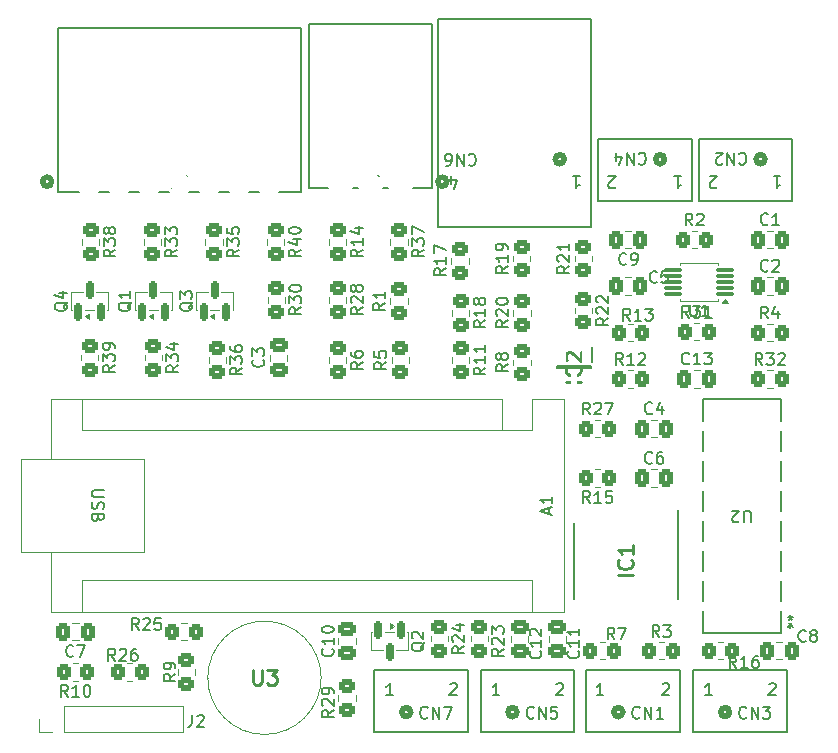
<source format=gbr>
%TF.GenerationSoftware,KiCad,Pcbnew,9.0.6-9.0.6~ubuntu24.04.1*%
%TF.CreationDate,2025-12-27T13:27:05+01:00*%
%TF.ProjectId,controller_board,636f6e74-726f-46c6-9c65-725f626f6172,rev?*%
%TF.SameCoordinates,Original*%
%TF.FileFunction,Legend,Top*%
%TF.FilePolarity,Positive*%
%FSLAX46Y46*%
G04 Gerber Fmt 4.6, Leading zero omitted, Abs format (unit mm)*
G04 Created by KiCad (PCBNEW 9.0.6-9.0.6~ubuntu24.04.1) date 2025-12-27 13:27:05*
%MOMM*%
%LPD*%
G01*
G04 APERTURE LIST*
G04 Aperture macros list*
%AMRoundRect*
0 Rectangle with rounded corners*
0 $1 Rounding radius*
0 $2 $3 $4 $5 $6 $7 $8 $9 X,Y pos of 4 corners*
0 Add a 4 corners polygon primitive as box body*
4,1,4,$2,$3,$4,$5,$6,$7,$8,$9,$2,$3,0*
0 Add four circle primitives for the rounded corners*
1,1,$1+$1,$2,$3*
1,1,$1+$1,$4,$5*
1,1,$1+$1,$6,$7*
1,1,$1+$1,$8,$9*
0 Add four rect primitives between the rounded corners*
20,1,$1+$1,$2,$3,$4,$5,0*
20,1,$1+$1,$4,$5,$6,$7,0*
20,1,$1+$1,$6,$7,$8,$9,0*
20,1,$1+$1,$8,$9,$2,$3,0*%
G04 Aperture macros list end*
%ADD10C,0.150000*%
%ADD11C,0.254000*%
%ADD12C,0.120000*%
%ADD13C,0.152400*%
%ADD14C,0.508000*%
%ADD15C,0.200000*%
%ADD16C,0.100000*%
%ADD17RoundRect,0.250000X-0.450000X0.350000X-0.450000X-0.350000X0.450000X-0.350000X0.450000X0.350000X0*%
%ADD18RoundRect,0.250000X-0.350000X-0.450000X0.350000X-0.450000X0.350000X0.450000X-0.350000X0.450000X0*%
%ADD19C,1.600000*%
%ADD20RoundRect,0.250000X0.350000X0.450000X-0.350000X0.450000X-0.350000X-0.450000X0.350000X-0.450000X0*%
%ADD21RoundRect,0.250000X-0.475000X0.337500X-0.475000X-0.337500X0.475000X-0.337500X0.475000X0.337500X0*%
%ADD22RoundRect,0.250000X-0.337500X-0.475000X0.337500X-0.475000X0.337500X0.475000X-0.337500X0.475000X0*%
%ADD23RoundRect,0.250000X0.475000X-0.337500X0.475000X0.337500X-0.475000X0.337500X-0.475000X-0.337500X0*%
%ADD24C,1.168400*%
%ADD25C,1.676400*%
%ADD26RoundRect,0.250000X0.450000X-0.350000X0.450000X0.350000X-0.450000X0.350000X-0.450000X-0.350000X0*%
%ADD27R,1.350000X1.350000*%
%ADD28C,1.350000*%
%ADD29C,1.300000*%
%ADD30RoundRect,0.250000X0.337500X0.475000X-0.337500X0.475000X-0.337500X-0.475000X0.337500X-0.475000X0*%
%ADD31R,1.070000X1.070000*%
%ADD32C,1.070000*%
%ADD33RoundRect,0.150000X0.150000X-0.587500X0.150000X0.587500X-0.150000X0.587500X-0.150000X-0.587500X0*%
%ADD34R,0.600000X1.250000*%
%ADD35RoundRect,0.075000X0.650000X0.075000X-0.650000X0.075000X-0.650000X-0.075000X0.650000X-0.075000X0*%
%ADD36RoundRect,0.150000X-0.150000X0.587500X-0.150000X-0.587500X0.150000X-0.587500X0.150000X0.587500X0*%
%ADD37R,1.600000X1.600000*%
%ADD38O,1.600000X1.600000*%
G04 APERTURE END LIST*
D10*
X108704819Y-84242857D02*
X108228628Y-84576190D01*
X108704819Y-84814285D02*
X107704819Y-84814285D01*
X107704819Y-84814285D02*
X107704819Y-84433333D01*
X107704819Y-84433333D02*
X107752438Y-84338095D01*
X107752438Y-84338095D02*
X107800057Y-84290476D01*
X107800057Y-84290476D02*
X107895295Y-84242857D01*
X107895295Y-84242857D02*
X108038152Y-84242857D01*
X108038152Y-84242857D02*
X108133390Y-84290476D01*
X108133390Y-84290476D02*
X108181009Y-84338095D01*
X108181009Y-84338095D02*
X108228628Y-84433333D01*
X108228628Y-84433333D02*
X108228628Y-84814285D01*
X108704819Y-83290476D02*
X108704819Y-83861904D01*
X108704819Y-83576190D02*
X107704819Y-83576190D01*
X107704819Y-83576190D02*
X107847676Y-83671428D01*
X107847676Y-83671428D02*
X107942914Y-83766666D01*
X107942914Y-83766666D02*
X107990533Y-83861904D01*
X108704819Y-82338095D02*
X108704819Y-82909523D01*
X108704819Y-82623809D02*
X107704819Y-82623809D01*
X107704819Y-82623809D02*
X107847676Y-82719047D01*
X107847676Y-82719047D02*
X107942914Y-82814285D01*
X107942914Y-82814285D02*
X107990533Y-82909523D01*
X120957142Y-80254819D02*
X120623809Y-79778628D01*
X120385714Y-80254819D02*
X120385714Y-79254819D01*
X120385714Y-79254819D02*
X120766666Y-79254819D01*
X120766666Y-79254819D02*
X120861904Y-79302438D01*
X120861904Y-79302438D02*
X120909523Y-79350057D01*
X120909523Y-79350057D02*
X120957142Y-79445295D01*
X120957142Y-79445295D02*
X120957142Y-79588152D01*
X120957142Y-79588152D02*
X120909523Y-79683390D01*
X120909523Y-79683390D02*
X120861904Y-79731009D01*
X120861904Y-79731009D02*
X120766666Y-79778628D01*
X120766666Y-79778628D02*
X120385714Y-79778628D01*
X121909523Y-80254819D02*
X121338095Y-80254819D01*
X121623809Y-80254819D02*
X121623809Y-79254819D01*
X121623809Y-79254819D02*
X121528571Y-79397676D01*
X121528571Y-79397676D02*
X121433333Y-79492914D01*
X121433333Y-79492914D02*
X121338095Y-79540533D01*
X122242857Y-79254819D02*
X122861904Y-79254819D01*
X122861904Y-79254819D02*
X122528571Y-79635771D01*
X122528571Y-79635771D02*
X122671428Y-79635771D01*
X122671428Y-79635771D02*
X122766666Y-79683390D01*
X122766666Y-79683390D02*
X122814285Y-79731009D01*
X122814285Y-79731009D02*
X122861904Y-79826247D01*
X122861904Y-79826247D02*
X122861904Y-80064342D01*
X122861904Y-80064342D02*
X122814285Y-80159580D01*
X122814285Y-80159580D02*
X122766666Y-80207200D01*
X122766666Y-80207200D02*
X122671428Y-80254819D01*
X122671428Y-80254819D02*
X122385714Y-80254819D01*
X122385714Y-80254819D02*
X122290476Y-80207200D01*
X122290476Y-80207200D02*
X122242857Y-80159580D01*
X112809523Y-113859580D02*
X112761904Y-113907200D01*
X112761904Y-113907200D02*
X112619047Y-113954819D01*
X112619047Y-113954819D02*
X112523809Y-113954819D01*
X112523809Y-113954819D02*
X112380952Y-113907200D01*
X112380952Y-113907200D02*
X112285714Y-113811961D01*
X112285714Y-113811961D02*
X112238095Y-113716723D01*
X112238095Y-113716723D02*
X112190476Y-113526247D01*
X112190476Y-113526247D02*
X112190476Y-113383390D01*
X112190476Y-113383390D02*
X112238095Y-113192914D01*
X112238095Y-113192914D02*
X112285714Y-113097676D01*
X112285714Y-113097676D02*
X112380952Y-113002438D01*
X112380952Y-113002438D02*
X112523809Y-112954819D01*
X112523809Y-112954819D02*
X112619047Y-112954819D01*
X112619047Y-112954819D02*
X112761904Y-113002438D01*
X112761904Y-113002438D02*
X112809523Y-113050057D01*
X113238095Y-113954819D02*
X113238095Y-112954819D01*
X113238095Y-112954819D02*
X113809523Y-113954819D01*
X113809523Y-113954819D02*
X113809523Y-112954819D01*
X114761904Y-112954819D02*
X114285714Y-112954819D01*
X114285714Y-112954819D02*
X114238095Y-113431009D01*
X114238095Y-113431009D02*
X114285714Y-113383390D01*
X114285714Y-113383390D02*
X114380952Y-113335771D01*
X114380952Y-113335771D02*
X114619047Y-113335771D01*
X114619047Y-113335771D02*
X114714285Y-113383390D01*
X114714285Y-113383390D02*
X114761904Y-113431009D01*
X114761904Y-113431009D02*
X114809523Y-113526247D01*
X114809523Y-113526247D02*
X114809523Y-113764342D01*
X114809523Y-113764342D02*
X114761904Y-113859580D01*
X114761904Y-113859580D02*
X114714285Y-113907200D01*
X114714285Y-113907200D02*
X114619047Y-113954819D01*
X114619047Y-113954819D02*
X114380952Y-113954819D01*
X114380952Y-113954819D02*
X114285714Y-113907200D01*
X114285714Y-113907200D02*
X114238095Y-113859580D01*
X109885714Y-111954819D02*
X109314286Y-111954819D01*
X109600000Y-111954819D02*
X109600000Y-110954819D01*
X109600000Y-110954819D02*
X109504762Y-111097676D01*
X109504762Y-111097676D02*
X109409524Y-111192914D01*
X109409524Y-111192914D02*
X109314286Y-111240533D01*
X114714286Y-111050057D02*
X114761905Y-111002438D01*
X114761905Y-111002438D02*
X114857143Y-110954819D01*
X114857143Y-110954819D02*
X115095238Y-110954819D01*
X115095238Y-110954819D02*
X115190476Y-111002438D01*
X115190476Y-111002438D02*
X115238095Y-111050057D01*
X115238095Y-111050057D02*
X115285714Y-111145295D01*
X115285714Y-111145295D02*
X115285714Y-111240533D01*
X115285714Y-111240533D02*
X115238095Y-111383390D01*
X115238095Y-111383390D02*
X114666667Y-111954819D01*
X114666667Y-111954819D02*
X115285714Y-111954819D01*
X123433333Y-107054819D02*
X123100000Y-106578628D01*
X122861905Y-107054819D02*
X122861905Y-106054819D01*
X122861905Y-106054819D02*
X123242857Y-106054819D01*
X123242857Y-106054819D02*
X123338095Y-106102438D01*
X123338095Y-106102438D02*
X123385714Y-106150057D01*
X123385714Y-106150057D02*
X123433333Y-106245295D01*
X123433333Y-106245295D02*
X123433333Y-106388152D01*
X123433333Y-106388152D02*
X123385714Y-106483390D01*
X123385714Y-106483390D02*
X123338095Y-106531009D01*
X123338095Y-106531009D02*
X123242857Y-106578628D01*
X123242857Y-106578628D02*
X122861905Y-106578628D01*
X123766667Y-106054819D02*
X124385714Y-106054819D01*
X124385714Y-106054819D02*
X124052381Y-106435771D01*
X124052381Y-106435771D02*
X124195238Y-106435771D01*
X124195238Y-106435771D02*
X124290476Y-106483390D01*
X124290476Y-106483390D02*
X124338095Y-106531009D01*
X124338095Y-106531009D02*
X124385714Y-106626247D01*
X124385714Y-106626247D02*
X124385714Y-106864342D01*
X124385714Y-106864342D02*
X124338095Y-106959580D01*
X124338095Y-106959580D02*
X124290476Y-107007200D01*
X124290476Y-107007200D02*
X124195238Y-107054819D01*
X124195238Y-107054819D02*
X123909524Y-107054819D01*
X123909524Y-107054819D02*
X123814286Y-107007200D01*
X123814286Y-107007200D02*
X123766667Y-106959580D01*
X79357142Y-106454819D02*
X79023809Y-105978628D01*
X78785714Y-106454819D02*
X78785714Y-105454819D01*
X78785714Y-105454819D02*
X79166666Y-105454819D01*
X79166666Y-105454819D02*
X79261904Y-105502438D01*
X79261904Y-105502438D02*
X79309523Y-105550057D01*
X79309523Y-105550057D02*
X79357142Y-105645295D01*
X79357142Y-105645295D02*
X79357142Y-105788152D01*
X79357142Y-105788152D02*
X79309523Y-105883390D01*
X79309523Y-105883390D02*
X79261904Y-105931009D01*
X79261904Y-105931009D02*
X79166666Y-105978628D01*
X79166666Y-105978628D02*
X78785714Y-105978628D01*
X79738095Y-105550057D02*
X79785714Y-105502438D01*
X79785714Y-105502438D02*
X79880952Y-105454819D01*
X79880952Y-105454819D02*
X80119047Y-105454819D01*
X80119047Y-105454819D02*
X80214285Y-105502438D01*
X80214285Y-105502438D02*
X80261904Y-105550057D01*
X80261904Y-105550057D02*
X80309523Y-105645295D01*
X80309523Y-105645295D02*
X80309523Y-105740533D01*
X80309523Y-105740533D02*
X80261904Y-105883390D01*
X80261904Y-105883390D02*
X79690476Y-106454819D01*
X79690476Y-106454819D02*
X80309523Y-106454819D01*
X81214285Y-105454819D02*
X80738095Y-105454819D01*
X80738095Y-105454819D02*
X80690476Y-105931009D01*
X80690476Y-105931009D02*
X80738095Y-105883390D01*
X80738095Y-105883390D02*
X80833333Y-105835771D01*
X80833333Y-105835771D02*
X81071428Y-105835771D01*
X81071428Y-105835771D02*
X81166666Y-105883390D01*
X81166666Y-105883390D02*
X81214285Y-105931009D01*
X81214285Y-105931009D02*
X81261904Y-106026247D01*
X81261904Y-106026247D02*
X81261904Y-106264342D01*
X81261904Y-106264342D02*
X81214285Y-106359580D01*
X81214285Y-106359580D02*
X81166666Y-106407200D01*
X81166666Y-106407200D02*
X81071428Y-106454819D01*
X81071428Y-106454819D02*
X80833333Y-106454819D01*
X80833333Y-106454819D02*
X80738095Y-106407200D01*
X80738095Y-106407200D02*
X80690476Y-106359580D01*
X95759580Y-108042857D02*
X95807200Y-108090476D01*
X95807200Y-108090476D02*
X95854819Y-108233333D01*
X95854819Y-108233333D02*
X95854819Y-108328571D01*
X95854819Y-108328571D02*
X95807200Y-108471428D01*
X95807200Y-108471428D02*
X95711961Y-108566666D01*
X95711961Y-108566666D02*
X95616723Y-108614285D01*
X95616723Y-108614285D02*
X95426247Y-108661904D01*
X95426247Y-108661904D02*
X95283390Y-108661904D01*
X95283390Y-108661904D02*
X95092914Y-108614285D01*
X95092914Y-108614285D02*
X94997676Y-108566666D01*
X94997676Y-108566666D02*
X94902438Y-108471428D01*
X94902438Y-108471428D02*
X94854819Y-108328571D01*
X94854819Y-108328571D02*
X94854819Y-108233333D01*
X94854819Y-108233333D02*
X94902438Y-108090476D01*
X94902438Y-108090476D02*
X94950057Y-108042857D01*
X95854819Y-107090476D02*
X95854819Y-107661904D01*
X95854819Y-107376190D02*
X94854819Y-107376190D01*
X94854819Y-107376190D02*
X94997676Y-107471428D01*
X94997676Y-107471428D02*
X95092914Y-107566666D01*
X95092914Y-107566666D02*
X95140533Y-107661904D01*
X94854819Y-106471428D02*
X94854819Y-106376190D01*
X94854819Y-106376190D02*
X94902438Y-106280952D01*
X94902438Y-106280952D02*
X94950057Y-106233333D01*
X94950057Y-106233333D02*
X95045295Y-106185714D01*
X95045295Y-106185714D02*
X95235771Y-106138095D01*
X95235771Y-106138095D02*
X95473866Y-106138095D01*
X95473866Y-106138095D02*
X95664342Y-106185714D01*
X95664342Y-106185714D02*
X95759580Y-106233333D01*
X95759580Y-106233333D02*
X95807200Y-106280952D01*
X95807200Y-106280952D02*
X95854819Y-106376190D01*
X95854819Y-106376190D02*
X95854819Y-106471428D01*
X95854819Y-106471428D02*
X95807200Y-106566666D01*
X95807200Y-106566666D02*
X95759580Y-106614285D01*
X95759580Y-106614285D02*
X95664342Y-106661904D01*
X95664342Y-106661904D02*
X95473866Y-106709523D01*
X95473866Y-106709523D02*
X95235771Y-106709523D01*
X95235771Y-106709523D02*
X95045295Y-106661904D01*
X95045295Y-106661904D02*
X94950057Y-106614285D01*
X94950057Y-106614285D02*
X94902438Y-106566666D01*
X94902438Y-106566666D02*
X94854819Y-106471428D01*
X93054819Y-74242857D02*
X92578628Y-74576190D01*
X93054819Y-74814285D02*
X92054819Y-74814285D01*
X92054819Y-74814285D02*
X92054819Y-74433333D01*
X92054819Y-74433333D02*
X92102438Y-74338095D01*
X92102438Y-74338095D02*
X92150057Y-74290476D01*
X92150057Y-74290476D02*
X92245295Y-74242857D01*
X92245295Y-74242857D02*
X92388152Y-74242857D01*
X92388152Y-74242857D02*
X92483390Y-74290476D01*
X92483390Y-74290476D02*
X92531009Y-74338095D01*
X92531009Y-74338095D02*
X92578628Y-74433333D01*
X92578628Y-74433333D02*
X92578628Y-74814285D01*
X92388152Y-73385714D02*
X93054819Y-73385714D01*
X92007200Y-73623809D02*
X92721485Y-73861904D01*
X92721485Y-73861904D02*
X92721485Y-73242857D01*
X92054819Y-72671428D02*
X92054819Y-72576190D01*
X92054819Y-72576190D02*
X92102438Y-72480952D01*
X92102438Y-72480952D02*
X92150057Y-72433333D01*
X92150057Y-72433333D02*
X92245295Y-72385714D01*
X92245295Y-72385714D02*
X92435771Y-72338095D01*
X92435771Y-72338095D02*
X92673866Y-72338095D01*
X92673866Y-72338095D02*
X92864342Y-72385714D01*
X92864342Y-72385714D02*
X92959580Y-72433333D01*
X92959580Y-72433333D02*
X93007200Y-72480952D01*
X93007200Y-72480952D02*
X93054819Y-72576190D01*
X93054819Y-72576190D02*
X93054819Y-72671428D01*
X93054819Y-72671428D02*
X93007200Y-72766666D01*
X93007200Y-72766666D02*
X92959580Y-72814285D01*
X92959580Y-72814285D02*
X92864342Y-72861904D01*
X92864342Y-72861904D02*
X92673866Y-72909523D01*
X92673866Y-72909523D02*
X92435771Y-72909523D01*
X92435771Y-72909523D02*
X92245295Y-72861904D01*
X92245295Y-72861904D02*
X92150057Y-72814285D01*
X92150057Y-72814285D02*
X92102438Y-72766666D01*
X92102438Y-72766666D02*
X92054819Y-72671428D01*
X120357142Y-84004819D02*
X120023809Y-83528628D01*
X119785714Y-84004819D02*
X119785714Y-83004819D01*
X119785714Y-83004819D02*
X120166666Y-83004819D01*
X120166666Y-83004819D02*
X120261904Y-83052438D01*
X120261904Y-83052438D02*
X120309523Y-83100057D01*
X120309523Y-83100057D02*
X120357142Y-83195295D01*
X120357142Y-83195295D02*
X120357142Y-83338152D01*
X120357142Y-83338152D02*
X120309523Y-83433390D01*
X120309523Y-83433390D02*
X120261904Y-83481009D01*
X120261904Y-83481009D02*
X120166666Y-83528628D01*
X120166666Y-83528628D02*
X119785714Y-83528628D01*
X121309523Y-84004819D02*
X120738095Y-84004819D01*
X121023809Y-84004819D02*
X121023809Y-83004819D01*
X121023809Y-83004819D02*
X120928571Y-83147676D01*
X120928571Y-83147676D02*
X120833333Y-83242914D01*
X120833333Y-83242914D02*
X120738095Y-83290533D01*
X121690476Y-83100057D02*
X121738095Y-83052438D01*
X121738095Y-83052438D02*
X121833333Y-83004819D01*
X121833333Y-83004819D02*
X122071428Y-83004819D01*
X122071428Y-83004819D02*
X122166666Y-83052438D01*
X122166666Y-83052438D02*
X122214285Y-83100057D01*
X122214285Y-83100057D02*
X122261904Y-83195295D01*
X122261904Y-83195295D02*
X122261904Y-83290533D01*
X122261904Y-83290533D02*
X122214285Y-83433390D01*
X122214285Y-83433390D02*
X121642857Y-84004819D01*
X121642857Y-84004819D02*
X122261904Y-84004819D01*
X132633333Y-72079580D02*
X132585714Y-72127200D01*
X132585714Y-72127200D02*
X132442857Y-72174819D01*
X132442857Y-72174819D02*
X132347619Y-72174819D01*
X132347619Y-72174819D02*
X132204762Y-72127200D01*
X132204762Y-72127200D02*
X132109524Y-72031961D01*
X132109524Y-72031961D02*
X132061905Y-71936723D01*
X132061905Y-71936723D02*
X132014286Y-71746247D01*
X132014286Y-71746247D02*
X132014286Y-71603390D01*
X132014286Y-71603390D02*
X132061905Y-71412914D01*
X132061905Y-71412914D02*
X132109524Y-71317676D01*
X132109524Y-71317676D02*
X132204762Y-71222438D01*
X132204762Y-71222438D02*
X132347619Y-71174819D01*
X132347619Y-71174819D02*
X132442857Y-71174819D01*
X132442857Y-71174819D02*
X132585714Y-71222438D01*
X132585714Y-71222438D02*
X132633333Y-71270057D01*
X133585714Y-72174819D02*
X133014286Y-72174819D01*
X133300000Y-72174819D02*
X133300000Y-71174819D01*
X133300000Y-71174819D02*
X133204762Y-71317676D01*
X133204762Y-71317676D02*
X133109524Y-71412914D01*
X133109524Y-71412914D02*
X133014286Y-71460533D01*
X103504819Y-74242857D02*
X103028628Y-74576190D01*
X103504819Y-74814285D02*
X102504819Y-74814285D01*
X102504819Y-74814285D02*
X102504819Y-74433333D01*
X102504819Y-74433333D02*
X102552438Y-74338095D01*
X102552438Y-74338095D02*
X102600057Y-74290476D01*
X102600057Y-74290476D02*
X102695295Y-74242857D01*
X102695295Y-74242857D02*
X102838152Y-74242857D01*
X102838152Y-74242857D02*
X102933390Y-74290476D01*
X102933390Y-74290476D02*
X102981009Y-74338095D01*
X102981009Y-74338095D02*
X103028628Y-74433333D01*
X103028628Y-74433333D02*
X103028628Y-74814285D01*
X102504819Y-73909523D02*
X102504819Y-73290476D01*
X102504819Y-73290476D02*
X102885771Y-73623809D01*
X102885771Y-73623809D02*
X102885771Y-73480952D01*
X102885771Y-73480952D02*
X102933390Y-73385714D01*
X102933390Y-73385714D02*
X102981009Y-73338095D01*
X102981009Y-73338095D02*
X103076247Y-73290476D01*
X103076247Y-73290476D02*
X103314342Y-73290476D01*
X103314342Y-73290476D02*
X103409580Y-73338095D01*
X103409580Y-73338095D02*
X103457200Y-73385714D01*
X103457200Y-73385714D02*
X103504819Y-73480952D01*
X103504819Y-73480952D02*
X103504819Y-73766666D01*
X103504819Y-73766666D02*
X103457200Y-73861904D01*
X103457200Y-73861904D02*
X103409580Y-73909523D01*
X102504819Y-72957142D02*
X102504819Y-72290476D01*
X102504819Y-72290476D02*
X103504819Y-72719047D01*
X89879580Y-83566666D02*
X89927200Y-83614285D01*
X89927200Y-83614285D02*
X89974819Y-83757142D01*
X89974819Y-83757142D02*
X89974819Y-83852380D01*
X89974819Y-83852380D02*
X89927200Y-83995237D01*
X89927200Y-83995237D02*
X89831961Y-84090475D01*
X89831961Y-84090475D02*
X89736723Y-84138094D01*
X89736723Y-84138094D02*
X89546247Y-84185713D01*
X89546247Y-84185713D02*
X89403390Y-84185713D01*
X89403390Y-84185713D02*
X89212914Y-84138094D01*
X89212914Y-84138094D02*
X89117676Y-84090475D01*
X89117676Y-84090475D02*
X89022438Y-83995237D01*
X89022438Y-83995237D02*
X88974819Y-83852380D01*
X88974819Y-83852380D02*
X88974819Y-83757142D01*
X88974819Y-83757142D02*
X89022438Y-83614285D01*
X89022438Y-83614285D02*
X89070057Y-83566666D01*
X88974819Y-83233332D02*
X88974819Y-82614285D01*
X88974819Y-82614285D02*
X89355771Y-82947618D01*
X89355771Y-82947618D02*
X89355771Y-82804761D01*
X89355771Y-82804761D02*
X89403390Y-82709523D01*
X89403390Y-82709523D02*
X89451009Y-82661904D01*
X89451009Y-82661904D02*
X89546247Y-82614285D01*
X89546247Y-82614285D02*
X89784342Y-82614285D01*
X89784342Y-82614285D02*
X89879580Y-82661904D01*
X89879580Y-82661904D02*
X89927200Y-82709523D01*
X89927200Y-82709523D02*
X89974819Y-82804761D01*
X89974819Y-82804761D02*
X89974819Y-83090475D01*
X89974819Y-83090475D02*
X89927200Y-83185713D01*
X89927200Y-83185713D02*
X89879580Y-83233332D01*
X131161904Y-97345180D02*
X131161904Y-96535657D01*
X131161904Y-96535657D02*
X131114285Y-96440419D01*
X131114285Y-96440419D02*
X131066666Y-96392800D01*
X131066666Y-96392800D02*
X130971428Y-96345180D01*
X130971428Y-96345180D02*
X130780952Y-96345180D01*
X130780952Y-96345180D02*
X130685714Y-96392800D01*
X130685714Y-96392800D02*
X130638095Y-96440419D01*
X130638095Y-96440419D02*
X130590476Y-96535657D01*
X130590476Y-96535657D02*
X130590476Y-97345180D01*
X130161904Y-97249942D02*
X130114285Y-97297561D01*
X130114285Y-97297561D02*
X130019047Y-97345180D01*
X130019047Y-97345180D02*
X129780952Y-97345180D01*
X129780952Y-97345180D02*
X129685714Y-97297561D01*
X129685714Y-97297561D02*
X129638095Y-97249942D01*
X129638095Y-97249942D02*
X129590476Y-97154704D01*
X129590476Y-97154704D02*
X129590476Y-97059466D01*
X129590476Y-97059466D02*
X129638095Y-96916609D01*
X129638095Y-96916609D02*
X130209523Y-96345180D01*
X130209523Y-96345180D02*
X129590476Y-96345180D01*
X134527499Y-106311380D02*
X134527499Y-106073285D01*
X134765594Y-106168523D02*
X134527499Y-106073285D01*
X134527499Y-106073285D02*
X134289404Y-106168523D01*
X134670356Y-105882809D02*
X134527499Y-106073285D01*
X134527499Y-106073285D02*
X134384642Y-105882809D01*
X134527500Y-105221019D02*
X134527500Y-105459114D01*
X134289405Y-105363876D02*
X134527500Y-105459114D01*
X134527500Y-105459114D02*
X134765595Y-105363876D01*
X134384643Y-105649590D02*
X134527500Y-105459114D01*
X134527500Y-105459114D02*
X134670357Y-105649590D01*
X116559580Y-108242857D02*
X116607200Y-108290476D01*
X116607200Y-108290476D02*
X116654819Y-108433333D01*
X116654819Y-108433333D02*
X116654819Y-108528571D01*
X116654819Y-108528571D02*
X116607200Y-108671428D01*
X116607200Y-108671428D02*
X116511961Y-108766666D01*
X116511961Y-108766666D02*
X116416723Y-108814285D01*
X116416723Y-108814285D02*
X116226247Y-108861904D01*
X116226247Y-108861904D02*
X116083390Y-108861904D01*
X116083390Y-108861904D02*
X115892914Y-108814285D01*
X115892914Y-108814285D02*
X115797676Y-108766666D01*
X115797676Y-108766666D02*
X115702438Y-108671428D01*
X115702438Y-108671428D02*
X115654819Y-108528571D01*
X115654819Y-108528571D02*
X115654819Y-108433333D01*
X115654819Y-108433333D02*
X115702438Y-108290476D01*
X115702438Y-108290476D02*
X115750057Y-108242857D01*
X116654819Y-107290476D02*
X116654819Y-107861904D01*
X116654819Y-107576190D02*
X115654819Y-107576190D01*
X115654819Y-107576190D02*
X115797676Y-107671428D01*
X115797676Y-107671428D02*
X115892914Y-107766666D01*
X115892914Y-107766666D02*
X115940533Y-107861904D01*
X116654819Y-106338095D02*
X116654819Y-106909523D01*
X116654819Y-106623809D02*
X115654819Y-106623809D01*
X115654819Y-106623809D02*
X115797676Y-106719047D01*
X115797676Y-106719047D02*
X115892914Y-106814285D01*
X115892914Y-106814285D02*
X115940533Y-106909523D01*
X83103333Y-69045180D02*
X83103333Y-68330895D01*
X83103333Y-68330895D02*
X83150952Y-68188038D01*
X83150952Y-68188038D02*
X83246190Y-68092800D01*
X83246190Y-68092800D02*
X83389047Y-68045180D01*
X83389047Y-68045180D02*
X83484285Y-68045180D01*
X82150952Y-69045180D02*
X82627142Y-69045180D01*
X82627142Y-69045180D02*
X82674761Y-68568990D01*
X82674761Y-68568990D02*
X82627142Y-68616609D01*
X82627142Y-68616609D02*
X82531904Y-68664228D01*
X82531904Y-68664228D02*
X82293809Y-68664228D01*
X82293809Y-68664228D02*
X82198571Y-68616609D01*
X82198571Y-68616609D02*
X82150952Y-68568990D01*
X82150952Y-68568990D02*
X82103333Y-68473752D01*
X82103333Y-68473752D02*
X82103333Y-68235657D01*
X82103333Y-68235657D02*
X82150952Y-68140419D01*
X82150952Y-68140419D02*
X82198571Y-68092800D01*
X82198571Y-68092800D02*
X82293809Y-68045180D01*
X82293809Y-68045180D02*
X82531904Y-68045180D01*
X82531904Y-68045180D02*
X82627142Y-68092800D01*
X82627142Y-68092800D02*
X82674761Y-68140419D01*
X87829819Y-74242857D02*
X87353628Y-74576190D01*
X87829819Y-74814285D02*
X86829819Y-74814285D01*
X86829819Y-74814285D02*
X86829819Y-74433333D01*
X86829819Y-74433333D02*
X86877438Y-74338095D01*
X86877438Y-74338095D02*
X86925057Y-74290476D01*
X86925057Y-74290476D02*
X87020295Y-74242857D01*
X87020295Y-74242857D02*
X87163152Y-74242857D01*
X87163152Y-74242857D02*
X87258390Y-74290476D01*
X87258390Y-74290476D02*
X87306009Y-74338095D01*
X87306009Y-74338095D02*
X87353628Y-74433333D01*
X87353628Y-74433333D02*
X87353628Y-74814285D01*
X86829819Y-73909523D02*
X86829819Y-73290476D01*
X86829819Y-73290476D02*
X87210771Y-73623809D01*
X87210771Y-73623809D02*
X87210771Y-73480952D01*
X87210771Y-73480952D02*
X87258390Y-73385714D01*
X87258390Y-73385714D02*
X87306009Y-73338095D01*
X87306009Y-73338095D02*
X87401247Y-73290476D01*
X87401247Y-73290476D02*
X87639342Y-73290476D01*
X87639342Y-73290476D02*
X87734580Y-73338095D01*
X87734580Y-73338095D02*
X87782200Y-73385714D01*
X87782200Y-73385714D02*
X87829819Y-73480952D01*
X87829819Y-73480952D02*
X87829819Y-73766666D01*
X87829819Y-73766666D02*
X87782200Y-73861904D01*
X87782200Y-73861904D02*
X87734580Y-73909523D01*
X86829819Y-72385714D02*
X86829819Y-72861904D01*
X86829819Y-72861904D02*
X87306009Y-72909523D01*
X87306009Y-72909523D02*
X87258390Y-72861904D01*
X87258390Y-72861904D02*
X87210771Y-72766666D01*
X87210771Y-72766666D02*
X87210771Y-72528571D01*
X87210771Y-72528571D02*
X87258390Y-72433333D01*
X87258390Y-72433333D02*
X87306009Y-72385714D01*
X87306009Y-72385714D02*
X87401247Y-72338095D01*
X87401247Y-72338095D02*
X87639342Y-72338095D01*
X87639342Y-72338095D02*
X87734580Y-72385714D01*
X87734580Y-72385714D02*
X87782200Y-72433333D01*
X87782200Y-72433333D02*
X87829819Y-72528571D01*
X87829819Y-72528571D02*
X87829819Y-72766666D01*
X87829819Y-72766666D02*
X87782200Y-72861904D01*
X87782200Y-72861904D02*
X87734580Y-72909523D01*
X107290476Y-66240419D02*
X107338095Y-66192800D01*
X107338095Y-66192800D02*
X107480952Y-66145180D01*
X107480952Y-66145180D02*
X107576190Y-66145180D01*
X107576190Y-66145180D02*
X107719047Y-66192800D01*
X107719047Y-66192800D02*
X107814285Y-66288038D01*
X107814285Y-66288038D02*
X107861904Y-66383276D01*
X107861904Y-66383276D02*
X107909523Y-66573752D01*
X107909523Y-66573752D02*
X107909523Y-66716609D01*
X107909523Y-66716609D02*
X107861904Y-66907085D01*
X107861904Y-66907085D02*
X107814285Y-67002323D01*
X107814285Y-67002323D02*
X107719047Y-67097561D01*
X107719047Y-67097561D02*
X107576190Y-67145180D01*
X107576190Y-67145180D02*
X107480952Y-67145180D01*
X107480952Y-67145180D02*
X107338095Y-67097561D01*
X107338095Y-67097561D02*
X107290476Y-67049942D01*
X106861904Y-66145180D02*
X106861904Y-67145180D01*
X106861904Y-67145180D02*
X106290476Y-66145180D01*
X106290476Y-66145180D02*
X106290476Y-67145180D01*
X105385714Y-67145180D02*
X105576190Y-67145180D01*
X105576190Y-67145180D02*
X105671428Y-67097561D01*
X105671428Y-67097561D02*
X105719047Y-67049942D01*
X105719047Y-67049942D02*
X105814285Y-66907085D01*
X105814285Y-66907085D02*
X105861904Y-66716609D01*
X105861904Y-66716609D02*
X105861904Y-66335657D01*
X105861904Y-66335657D02*
X105814285Y-66240419D01*
X105814285Y-66240419D02*
X105766666Y-66192800D01*
X105766666Y-66192800D02*
X105671428Y-66145180D01*
X105671428Y-66145180D02*
X105480952Y-66145180D01*
X105480952Y-66145180D02*
X105385714Y-66192800D01*
X105385714Y-66192800D02*
X105338095Y-66240419D01*
X105338095Y-66240419D02*
X105290476Y-66335657D01*
X105290476Y-66335657D02*
X105290476Y-66573752D01*
X105290476Y-66573752D02*
X105338095Y-66668990D01*
X105338095Y-66668990D02*
X105385714Y-66716609D01*
X105385714Y-66716609D02*
X105480952Y-66764228D01*
X105480952Y-66764228D02*
X105671428Y-66764228D01*
X105671428Y-66764228D02*
X105766666Y-66716609D01*
X105766666Y-66716609D02*
X105814285Y-66668990D01*
X105814285Y-66668990D02*
X105861904Y-66573752D01*
X116114285Y-68045179D02*
X116685713Y-68045179D01*
X116399999Y-68045179D02*
X116399999Y-69045179D01*
X116399999Y-69045179D02*
X116495237Y-68902322D01*
X116495237Y-68902322D02*
X116590475Y-68807084D01*
X116590475Y-68807084D02*
X116685713Y-68759465D01*
X105809523Y-68711846D02*
X105809523Y-68045179D01*
X106047618Y-69092799D02*
X106285713Y-68378513D01*
X106285713Y-68378513D02*
X105666666Y-68378513D01*
X105354819Y-75842857D02*
X104878628Y-76176190D01*
X105354819Y-76414285D02*
X104354819Y-76414285D01*
X104354819Y-76414285D02*
X104354819Y-76033333D01*
X104354819Y-76033333D02*
X104402438Y-75938095D01*
X104402438Y-75938095D02*
X104450057Y-75890476D01*
X104450057Y-75890476D02*
X104545295Y-75842857D01*
X104545295Y-75842857D02*
X104688152Y-75842857D01*
X104688152Y-75842857D02*
X104783390Y-75890476D01*
X104783390Y-75890476D02*
X104831009Y-75938095D01*
X104831009Y-75938095D02*
X104878628Y-76033333D01*
X104878628Y-76033333D02*
X104878628Y-76414285D01*
X105354819Y-74890476D02*
X105354819Y-75461904D01*
X105354819Y-75176190D02*
X104354819Y-75176190D01*
X104354819Y-75176190D02*
X104497676Y-75271428D01*
X104497676Y-75271428D02*
X104592914Y-75366666D01*
X104592914Y-75366666D02*
X104640533Y-75461904D01*
X104354819Y-74557142D02*
X104354819Y-73890476D01*
X104354819Y-73890476D02*
X105354819Y-74319047D01*
X83866666Y-113654819D02*
X83866666Y-114369104D01*
X83866666Y-114369104D02*
X83819047Y-114511961D01*
X83819047Y-114511961D02*
X83723809Y-114607200D01*
X83723809Y-114607200D02*
X83580952Y-114654819D01*
X83580952Y-114654819D02*
X83485714Y-114654819D01*
X84295238Y-113750057D02*
X84342857Y-113702438D01*
X84342857Y-113702438D02*
X84438095Y-113654819D01*
X84438095Y-113654819D02*
X84676190Y-113654819D01*
X84676190Y-113654819D02*
X84771428Y-113702438D01*
X84771428Y-113702438D02*
X84819047Y-113750057D01*
X84819047Y-113750057D02*
X84866666Y-113845295D01*
X84866666Y-113845295D02*
X84866666Y-113940533D01*
X84866666Y-113940533D02*
X84819047Y-114083390D01*
X84819047Y-114083390D02*
X84247619Y-114654819D01*
X84247619Y-114654819D02*
X84866666Y-114654819D01*
X119104819Y-80042857D02*
X118628628Y-80376190D01*
X119104819Y-80614285D02*
X118104819Y-80614285D01*
X118104819Y-80614285D02*
X118104819Y-80233333D01*
X118104819Y-80233333D02*
X118152438Y-80138095D01*
X118152438Y-80138095D02*
X118200057Y-80090476D01*
X118200057Y-80090476D02*
X118295295Y-80042857D01*
X118295295Y-80042857D02*
X118438152Y-80042857D01*
X118438152Y-80042857D02*
X118533390Y-80090476D01*
X118533390Y-80090476D02*
X118581009Y-80138095D01*
X118581009Y-80138095D02*
X118628628Y-80233333D01*
X118628628Y-80233333D02*
X118628628Y-80614285D01*
X118200057Y-79661904D02*
X118152438Y-79614285D01*
X118152438Y-79614285D02*
X118104819Y-79519047D01*
X118104819Y-79519047D02*
X118104819Y-79280952D01*
X118104819Y-79280952D02*
X118152438Y-79185714D01*
X118152438Y-79185714D02*
X118200057Y-79138095D01*
X118200057Y-79138095D02*
X118295295Y-79090476D01*
X118295295Y-79090476D02*
X118390533Y-79090476D01*
X118390533Y-79090476D02*
X118533390Y-79138095D01*
X118533390Y-79138095D02*
X119104819Y-79709523D01*
X119104819Y-79709523D02*
X119104819Y-79090476D01*
X118200057Y-78709523D02*
X118152438Y-78661904D01*
X118152438Y-78661904D02*
X118104819Y-78566666D01*
X118104819Y-78566666D02*
X118104819Y-78328571D01*
X118104819Y-78328571D02*
X118152438Y-78233333D01*
X118152438Y-78233333D02*
X118200057Y-78185714D01*
X118200057Y-78185714D02*
X118295295Y-78138095D01*
X118295295Y-78138095D02*
X118390533Y-78138095D01*
X118390533Y-78138095D02*
X118533390Y-78185714D01*
X118533390Y-78185714D02*
X119104819Y-78757142D01*
X119104819Y-78757142D02*
X119104819Y-78138095D01*
X98304819Y-74242857D02*
X97828628Y-74576190D01*
X98304819Y-74814285D02*
X97304819Y-74814285D01*
X97304819Y-74814285D02*
X97304819Y-74433333D01*
X97304819Y-74433333D02*
X97352438Y-74338095D01*
X97352438Y-74338095D02*
X97400057Y-74290476D01*
X97400057Y-74290476D02*
X97495295Y-74242857D01*
X97495295Y-74242857D02*
X97638152Y-74242857D01*
X97638152Y-74242857D02*
X97733390Y-74290476D01*
X97733390Y-74290476D02*
X97781009Y-74338095D01*
X97781009Y-74338095D02*
X97828628Y-74433333D01*
X97828628Y-74433333D02*
X97828628Y-74814285D01*
X98304819Y-73290476D02*
X98304819Y-73861904D01*
X98304819Y-73576190D02*
X97304819Y-73576190D01*
X97304819Y-73576190D02*
X97447676Y-73671428D01*
X97447676Y-73671428D02*
X97542914Y-73766666D01*
X97542914Y-73766666D02*
X97590533Y-73861904D01*
X97638152Y-72433333D02*
X98304819Y-72433333D01*
X97257200Y-72671428D02*
X97971485Y-72909523D01*
X97971485Y-72909523D02*
X97971485Y-72290476D01*
X103809523Y-113859580D02*
X103761904Y-113907200D01*
X103761904Y-113907200D02*
X103619047Y-113954819D01*
X103619047Y-113954819D02*
X103523809Y-113954819D01*
X103523809Y-113954819D02*
X103380952Y-113907200D01*
X103380952Y-113907200D02*
X103285714Y-113811961D01*
X103285714Y-113811961D02*
X103238095Y-113716723D01*
X103238095Y-113716723D02*
X103190476Y-113526247D01*
X103190476Y-113526247D02*
X103190476Y-113383390D01*
X103190476Y-113383390D02*
X103238095Y-113192914D01*
X103238095Y-113192914D02*
X103285714Y-113097676D01*
X103285714Y-113097676D02*
X103380952Y-113002438D01*
X103380952Y-113002438D02*
X103523809Y-112954819D01*
X103523809Y-112954819D02*
X103619047Y-112954819D01*
X103619047Y-112954819D02*
X103761904Y-113002438D01*
X103761904Y-113002438D02*
X103809523Y-113050057D01*
X104238095Y-113954819D02*
X104238095Y-112954819D01*
X104238095Y-112954819D02*
X104809523Y-113954819D01*
X104809523Y-113954819D02*
X104809523Y-112954819D01*
X105190476Y-112954819D02*
X105857142Y-112954819D01*
X105857142Y-112954819D02*
X105428571Y-113954819D01*
X100885714Y-111954819D02*
X100314286Y-111954819D01*
X100600000Y-111954819D02*
X100600000Y-110954819D01*
X100600000Y-110954819D02*
X100504762Y-111097676D01*
X100504762Y-111097676D02*
X100409524Y-111192914D01*
X100409524Y-111192914D02*
X100314286Y-111240533D01*
X105714286Y-111050057D02*
X105761905Y-111002438D01*
X105761905Y-111002438D02*
X105857143Y-110954819D01*
X105857143Y-110954819D02*
X106095238Y-110954819D01*
X106095238Y-110954819D02*
X106190476Y-111002438D01*
X106190476Y-111002438D02*
X106238095Y-111050057D01*
X106238095Y-111050057D02*
X106285714Y-111145295D01*
X106285714Y-111145295D02*
X106285714Y-111240533D01*
X106285714Y-111240533D02*
X106238095Y-111383390D01*
X106238095Y-111383390D02*
X105666667Y-111954819D01*
X105666667Y-111954819D02*
X106285714Y-111954819D01*
X98304819Y-83766666D02*
X97828628Y-84099999D01*
X98304819Y-84338094D02*
X97304819Y-84338094D01*
X97304819Y-84338094D02*
X97304819Y-83957142D01*
X97304819Y-83957142D02*
X97352438Y-83861904D01*
X97352438Y-83861904D02*
X97400057Y-83814285D01*
X97400057Y-83814285D02*
X97495295Y-83766666D01*
X97495295Y-83766666D02*
X97638152Y-83766666D01*
X97638152Y-83766666D02*
X97733390Y-83814285D01*
X97733390Y-83814285D02*
X97781009Y-83861904D01*
X97781009Y-83861904D02*
X97828628Y-83957142D01*
X97828628Y-83957142D02*
X97828628Y-84338094D01*
X97304819Y-82909523D02*
X97304819Y-83099999D01*
X97304819Y-83099999D02*
X97352438Y-83195237D01*
X97352438Y-83195237D02*
X97400057Y-83242856D01*
X97400057Y-83242856D02*
X97542914Y-83338094D01*
X97542914Y-83338094D02*
X97733390Y-83385713D01*
X97733390Y-83385713D02*
X98114342Y-83385713D01*
X98114342Y-83385713D02*
X98209580Y-83338094D01*
X98209580Y-83338094D02*
X98257200Y-83290475D01*
X98257200Y-83290475D02*
X98304819Y-83195237D01*
X98304819Y-83195237D02*
X98304819Y-83004761D01*
X98304819Y-83004761D02*
X98257200Y-82909523D01*
X98257200Y-82909523D02*
X98209580Y-82861904D01*
X98209580Y-82861904D02*
X98114342Y-82814285D01*
X98114342Y-82814285D02*
X97876247Y-82814285D01*
X97876247Y-82814285D02*
X97781009Y-82861904D01*
X97781009Y-82861904D02*
X97733390Y-82909523D01*
X97733390Y-82909523D02*
X97685771Y-83004761D01*
X97685771Y-83004761D02*
X97685771Y-83195237D01*
X97685771Y-83195237D02*
X97733390Y-83290475D01*
X97733390Y-83290475D02*
X97781009Y-83338094D01*
X97781009Y-83338094D02*
X97876247Y-83385713D01*
X110579819Y-75642857D02*
X110103628Y-75976190D01*
X110579819Y-76214285D02*
X109579819Y-76214285D01*
X109579819Y-76214285D02*
X109579819Y-75833333D01*
X109579819Y-75833333D02*
X109627438Y-75738095D01*
X109627438Y-75738095D02*
X109675057Y-75690476D01*
X109675057Y-75690476D02*
X109770295Y-75642857D01*
X109770295Y-75642857D02*
X109913152Y-75642857D01*
X109913152Y-75642857D02*
X110008390Y-75690476D01*
X110008390Y-75690476D02*
X110056009Y-75738095D01*
X110056009Y-75738095D02*
X110103628Y-75833333D01*
X110103628Y-75833333D02*
X110103628Y-76214285D01*
X110579819Y-74690476D02*
X110579819Y-75261904D01*
X110579819Y-74976190D02*
X109579819Y-74976190D01*
X109579819Y-74976190D02*
X109722676Y-75071428D01*
X109722676Y-75071428D02*
X109817914Y-75166666D01*
X109817914Y-75166666D02*
X109865533Y-75261904D01*
X110579819Y-74214285D02*
X110579819Y-74023809D01*
X110579819Y-74023809D02*
X110532200Y-73928571D01*
X110532200Y-73928571D02*
X110484580Y-73880952D01*
X110484580Y-73880952D02*
X110341723Y-73785714D01*
X110341723Y-73785714D02*
X110151247Y-73738095D01*
X110151247Y-73738095D02*
X109770295Y-73738095D01*
X109770295Y-73738095D02*
X109675057Y-73785714D01*
X109675057Y-73785714D02*
X109627438Y-73833333D01*
X109627438Y-73833333D02*
X109579819Y-73928571D01*
X109579819Y-73928571D02*
X109579819Y-74119047D01*
X109579819Y-74119047D02*
X109627438Y-74214285D01*
X109627438Y-74214285D02*
X109675057Y-74261904D01*
X109675057Y-74261904D02*
X109770295Y-74309523D01*
X109770295Y-74309523D02*
X110008390Y-74309523D01*
X110008390Y-74309523D02*
X110103628Y-74261904D01*
X110103628Y-74261904D02*
X110151247Y-74214285D01*
X110151247Y-74214285D02*
X110198866Y-74119047D01*
X110198866Y-74119047D02*
X110198866Y-73928571D01*
X110198866Y-73928571D02*
X110151247Y-73833333D01*
X110151247Y-73833333D02*
X110103628Y-73785714D01*
X110103628Y-73785714D02*
X110008390Y-73738095D01*
X77357142Y-109054819D02*
X77023809Y-108578628D01*
X76785714Y-109054819D02*
X76785714Y-108054819D01*
X76785714Y-108054819D02*
X77166666Y-108054819D01*
X77166666Y-108054819D02*
X77261904Y-108102438D01*
X77261904Y-108102438D02*
X77309523Y-108150057D01*
X77309523Y-108150057D02*
X77357142Y-108245295D01*
X77357142Y-108245295D02*
X77357142Y-108388152D01*
X77357142Y-108388152D02*
X77309523Y-108483390D01*
X77309523Y-108483390D02*
X77261904Y-108531009D01*
X77261904Y-108531009D02*
X77166666Y-108578628D01*
X77166666Y-108578628D02*
X76785714Y-108578628D01*
X77738095Y-108150057D02*
X77785714Y-108102438D01*
X77785714Y-108102438D02*
X77880952Y-108054819D01*
X77880952Y-108054819D02*
X78119047Y-108054819D01*
X78119047Y-108054819D02*
X78214285Y-108102438D01*
X78214285Y-108102438D02*
X78261904Y-108150057D01*
X78261904Y-108150057D02*
X78309523Y-108245295D01*
X78309523Y-108245295D02*
X78309523Y-108340533D01*
X78309523Y-108340533D02*
X78261904Y-108483390D01*
X78261904Y-108483390D02*
X77690476Y-109054819D01*
X77690476Y-109054819D02*
X78309523Y-109054819D01*
X79166666Y-108054819D02*
X78976190Y-108054819D01*
X78976190Y-108054819D02*
X78880952Y-108102438D01*
X78880952Y-108102438D02*
X78833333Y-108150057D01*
X78833333Y-108150057D02*
X78738095Y-108292914D01*
X78738095Y-108292914D02*
X78690476Y-108483390D01*
X78690476Y-108483390D02*
X78690476Y-108864342D01*
X78690476Y-108864342D02*
X78738095Y-108959580D01*
X78738095Y-108959580D02*
X78785714Y-109007200D01*
X78785714Y-109007200D02*
X78880952Y-109054819D01*
X78880952Y-109054819D02*
X79071428Y-109054819D01*
X79071428Y-109054819D02*
X79166666Y-109007200D01*
X79166666Y-109007200D02*
X79214285Y-108959580D01*
X79214285Y-108959580D02*
X79261904Y-108864342D01*
X79261904Y-108864342D02*
X79261904Y-108626247D01*
X79261904Y-108626247D02*
X79214285Y-108531009D01*
X79214285Y-108531009D02*
X79166666Y-108483390D01*
X79166666Y-108483390D02*
X79071428Y-108435771D01*
X79071428Y-108435771D02*
X78880952Y-108435771D01*
X78880952Y-108435771D02*
X78785714Y-108483390D01*
X78785714Y-108483390D02*
X78738095Y-108531009D01*
X78738095Y-108531009D02*
X78690476Y-108626247D01*
X82704819Y-84042857D02*
X82228628Y-84376190D01*
X82704819Y-84614285D02*
X81704819Y-84614285D01*
X81704819Y-84614285D02*
X81704819Y-84233333D01*
X81704819Y-84233333D02*
X81752438Y-84138095D01*
X81752438Y-84138095D02*
X81800057Y-84090476D01*
X81800057Y-84090476D02*
X81895295Y-84042857D01*
X81895295Y-84042857D02*
X82038152Y-84042857D01*
X82038152Y-84042857D02*
X82133390Y-84090476D01*
X82133390Y-84090476D02*
X82181009Y-84138095D01*
X82181009Y-84138095D02*
X82228628Y-84233333D01*
X82228628Y-84233333D02*
X82228628Y-84614285D01*
X81704819Y-83709523D02*
X81704819Y-83090476D01*
X81704819Y-83090476D02*
X82085771Y-83423809D01*
X82085771Y-83423809D02*
X82085771Y-83280952D01*
X82085771Y-83280952D02*
X82133390Y-83185714D01*
X82133390Y-83185714D02*
X82181009Y-83138095D01*
X82181009Y-83138095D02*
X82276247Y-83090476D01*
X82276247Y-83090476D02*
X82514342Y-83090476D01*
X82514342Y-83090476D02*
X82609580Y-83138095D01*
X82609580Y-83138095D02*
X82657200Y-83185714D01*
X82657200Y-83185714D02*
X82704819Y-83280952D01*
X82704819Y-83280952D02*
X82704819Y-83566666D01*
X82704819Y-83566666D02*
X82657200Y-83661904D01*
X82657200Y-83661904D02*
X82609580Y-83709523D01*
X82038152Y-82233333D02*
X82704819Y-82233333D01*
X81657200Y-82471428D02*
X82371485Y-82709523D01*
X82371485Y-82709523D02*
X82371485Y-82090476D01*
X120633333Y-75439580D02*
X120585714Y-75487200D01*
X120585714Y-75487200D02*
X120442857Y-75534819D01*
X120442857Y-75534819D02*
X120347619Y-75534819D01*
X120347619Y-75534819D02*
X120204762Y-75487200D01*
X120204762Y-75487200D02*
X120109524Y-75391961D01*
X120109524Y-75391961D02*
X120061905Y-75296723D01*
X120061905Y-75296723D02*
X120014286Y-75106247D01*
X120014286Y-75106247D02*
X120014286Y-74963390D01*
X120014286Y-74963390D02*
X120061905Y-74772914D01*
X120061905Y-74772914D02*
X120109524Y-74677676D01*
X120109524Y-74677676D02*
X120204762Y-74582438D01*
X120204762Y-74582438D02*
X120347619Y-74534819D01*
X120347619Y-74534819D02*
X120442857Y-74534819D01*
X120442857Y-74534819D02*
X120585714Y-74582438D01*
X120585714Y-74582438D02*
X120633333Y-74630057D01*
X121109524Y-75534819D02*
X121300000Y-75534819D01*
X121300000Y-75534819D02*
X121395238Y-75487200D01*
X121395238Y-75487200D02*
X121442857Y-75439580D01*
X121442857Y-75439580D02*
X121538095Y-75296723D01*
X121538095Y-75296723D02*
X121585714Y-75106247D01*
X121585714Y-75106247D02*
X121585714Y-74725295D01*
X121585714Y-74725295D02*
X121538095Y-74630057D01*
X121538095Y-74630057D02*
X121490476Y-74582438D01*
X121490476Y-74582438D02*
X121395238Y-74534819D01*
X121395238Y-74534819D02*
X121204762Y-74534819D01*
X121204762Y-74534819D02*
X121109524Y-74582438D01*
X121109524Y-74582438D02*
X121061905Y-74630057D01*
X121061905Y-74630057D02*
X121014286Y-74725295D01*
X121014286Y-74725295D02*
X121014286Y-74963390D01*
X121014286Y-74963390D02*
X121061905Y-75058628D01*
X121061905Y-75058628D02*
X121109524Y-75106247D01*
X121109524Y-75106247D02*
X121204762Y-75153866D01*
X121204762Y-75153866D02*
X121395238Y-75153866D01*
X121395238Y-75153866D02*
X121490476Y-75106247D01*
X121490476Y-75106247D02*
X121538095Y-75058628D01*
X121538095Y-75058628D02*
X121585714Y-74963390D01*
D11*
X121174318Y-101839762D02*
X119904318Y-101839762D01*
X121053365Y-100509285D02*
X121113842Y-100569761D01*
X121113842Y-100569761D02*
X121174318Y-100751190D01*
X121174318Y-100751190D02*
X121174318Y-100872142D01*
X121174318Y-100872142D02*
X121113842Y-101053571D01*
X121113842Y-101053571D02*
X120992889Y-101174523D01*
X120992889Y-101174523D02*
X120871937Y-101235000D01*
X120871937Y-101235000D02*
X120630032Y-101295476D01*
X120630032Y-101295476D02*
X120448603Y-101295476D01*
X120448603Y-101295476D02*
X120206699Y-101235000D01*
X120206699Y-101235000D02*
X120085746Y-101174523D01*
X120085746Y-101174523D02*
X119964794Y-101053571D01*
X119964794Y-101053571D02*
X119904318Y-100872142D01*
X119904318Y-100872142D02*
X119904318Y-100751190D01*
X119904318Y-100751190D02*
X119964794Y-100569761D01*
X119964794Y-100569761D02*
X120025270Y-100509285D01*
X121174318Y-99299761D02*
X121174318Y-100025476D01*
X121174318Y-99662619D02*
X119904318Y-99662619D01*
X119904318Y-99662619D02*
X120085746Y-99783571D01*
X120085746Y-99783571D02*
X120206699Y-99904523D01*
X120206699Y-99904523D02*
X120267175Y-100025476D01*
D10*
X88104819Y-84242857D02*
X87628628Y-84576190D01*
X88104819Y-84814285D02*
X87104819Y-84814285D01*
X87104819Y-84814285D02*
X87104819Y-84433333D01*
X87104819Y-84433333D02*
X87152438Y-84338095D01*
X87152438Y-84338095D02*
X87200057Y-84290476D01*
X87200057Y-84290476D02*
X87295295Y-84242857D01*
X87295295Y-84242857D02*
X87438152Y-84242857D01*
X87438152Y-84242857D02*
X87533390Y-84290476D01*
X87533390Y-84290476D02*
X87581009Y-84338095D01*
X87581009Y-84338095D02*
X87628628Y-84433333D01*
X87628628Y-84433333D02*
X87628628Y-84814285D01*
X87104819Y-83909523D02*
X87104819Y-83290476D01*
X87104819Y-83290476D02*
X87485771Y-83623809D01*
X87485771Y-83623809D02*
X87485771Y-83480952D01*
X87485771Y-83480952D02*
X87533390Y-83385714D01*
X87533390Y-83385714D02*
X87581009Y-83338095D01*
X87581009Y-83338095D02*
X87676247Y-83290476D01*
X87676247Y-83290476D02*
X87914342Y-83290476D01*
X87914342Y-83290476D02*
X88009580Y-83338095D01*
X88009580Y-83338095D02*
X88057200Y-83385714D01*
X88057200Y-83385714D02*
X88104819Y-83480952D01*
X88104819Y-83480952D02*
X88104819Y-83766666D01*
X88104819Y-83766666D02*
X88057200Y-83861904D01*
X88057200Y-83861904D02*
X88009580Y-83909523D01*
X87104819Y-82433333D02*
X87104819Y-82623809D01*
X87104819Y-82623809D02*
X87152438Y-82719047D01*
X87152438Y-82719047D02*
X87200057Y-82766666D01*
X87200057Y-82766666D02*
X87342914Y-82861904D01*
X87342914Y-82861904D02*
X87533390Y-82909523D01*
X87533390Y-82909523D02*
X87914342Y-82909523D01*
X87914342Y-82909523D02*
X88009580Y-82861904D01*
X88009580Y-82861904D02*
X88057200Y-82814285D01*
X88057200Y-82814285D02*
X88104819Y-82719047D01*
X88104819Y-82719047D02*
X88104819Y-82528571D01*
X88104819Y-82528571D02*
X88057200Y-82433333D01*
X88057200Y-82433333D02*
X88009580Y-82385714D01*
X88009580Y-82385714D02*
X87914342Y-82338095D01*
X87914342Y-82338095D02*
X87676247Y-82338095D01*
X87676247Y-82338095D02*
X87581009Y-82385714D01*
X87581009Y-82385714D02*
X87533390Y-82433333D01*
X87533390Y-82433333D02*
X87485771Y-82528571D01*
X87485771Y-82528571D02*
X87485771Y-82719047D01*
X87485771Y-82719047D02*
X87533390Y-82814285D01*
X87533390Y-82814285D02*
X87581009Y-82861904D01*
X87581009Y-82861904D02*
X87676247Y-82909523D01*
D11*
X89032380Y-109804318D02*
X89032380Y-110832413D01*
X89032380Y-110832413D02*
X89092857Y-110953365D01*
X89092857Y-110953365D02*
X89153333Y-111013842D01*
X89153333Y-111013842D02*
X89274285Y-111074318D01*
X89274285Y-111074318D02*
X89516190Y-111074318D01*
X89516190Y-111074318D02*
X89637142Y-111013842D01*
X89637142Y-111013842D02*
X89697619Y-110953365D01*
X89697619Y-110953365D02*
X89758095Y-110832413D01*
X89758095Y-110832413D02*
X89758095Y-109804318D01*
X90241904Y-109804318D02*
X91028095Y-109804318D01*
X91028095Y-109804318D02*
X90604761Y-110288127D01*
X90604761Y-110288127D02*
X90786190Y-110288127D01*
X90786190Y-110288127D02*
X90907142Y-110348603D01*
X90907142Y-110348603D02*
X90967618Y-110409080D01*
X90967618Y-110409080D02*
X91028095Y-110530032D01*
X91028095Y-110530032D02*
X91028095Y-110832413D01*
X91028095Y-110832413D02*
X90967618Y-110953365D01*
X90967618Y-110953365D02*
X90907142Y-111013842D01*
X90907142Y-111013842D02*
X90786190Y-111074318D01*
X90786190Y-111074318D02*
X90423333Y-111074318D01*
X90423333Y-111074318D02*
X90302380Y-111013842D01*
X90302380Y-111013842D02*
X90241904Y-110953365D01*
D10*
X108704819Y-80242857D02*
X108228628Y-80576190D01*
X108704819Y-80814285D02*
X107704819Y-80814285D01*
X107704819Y-80814285D02*
X107704819Y-80433333D01*
X107704819Y-80433333D02*
X107752438Y-80338095D01*
X107752438Y-80338095D02*
X107800057Y-80290476D01*
X107800057Y-80290476D02*
X107895295Y-80242857D01*
X107895295Y-80242857D02*
X108038152Y-80242857D01*
X108038152Y-80242857D02*
X108133390Y-80290476D01*
X108133390Y-80290476D02*
X108181009Y-80338095D01*
X108181009Y-80338095D02*
X108228628Y-80433333D01*
X108228628Y-80433333D02*
X108228628Y-80814285D01*
X108704819Y-79290476D02*
X108704819Y-79861904D01*
X108704819Y-79576190D02*
X107704819Y-79576190D01*
X107704819Y-79576190D02*
X107847676Y-79671428D01*
X107847676Y-79671428D02*
X107942914Y-79766666D01*
X107942914Y-79766666D02*
X107990533Y-79861904D01*
X108133390Y-78719047D02*
X108085771Y-78814285D01*
X108085771Y-78814285D02*
X108038152Y-78861904D01*
X108038152Y-78861904D02*
X107942914Y-78909523D01*
X107942914Y-78909523D02*
X107895295Y-78909523D01*
X107895295Y-78909523D02*
X107800057Y-78861904D01*
X107800057Y-78861904D02*
X107752438Y-78814285D01*
X107752438Y-78814285D02*
X107704819Y-78719047D01*
X107704819Y-78719047D02*
X107704819Y-78528571D01*
X107704819Y-78528571D02*
X107752438Y-78433333D01*
X107752438Y-78433333D02*
X107800057Y-78385714D01*
X107800057Y-78385714D02*
X107895295Y-78338095D01*
X107895295Y-78338095D02*
X107942914Y-78338095D01*
X107942914Y-78338095D02*
X108038152Y-78385714D01*
X108038152Y-78385714D02*
X108085771Y-78433333D01*
X108085771Y-78433333D02*
X108133390Y-78528571D01*
X108133390Y-78528571D02*
X108133390Y-78719047D01*
X108133390Y-78719047D02*
X108181009Y-78814285D01*
X108181009Y-78814285D02*
X108228628Y-78861904D01*
X108228628Y-78861904D02*
X108323866Y-78909523D01*
X108323866Y-78909523D02*
X108514342Y-78909523D01*
X108514342Y-78909523D02*
X108609580Y-78861904D01*
X108609580Y-78861904D02*
X108657200Y-78814285D01*
X108657200Y-78814285D02*
X108704819Y-78719047D01*
X108704819Y-78719047D02*
X108704819Y-78528571D01*
X108704819Y-78528571D02*
X108657200Y-78433333D01*
X108657200Y-78433333D02*
X108609580Y-78385714D01*
X108609580Y-78385714D02*
X108514342Y-78338095D01*
X108514342Y-78338095D02*
X108323866Y-78338095D01*
X108323866Y-78338095D02*
X108228628Y-78385714D01*
X108228628Y-78385714D02*
X108181009Y-78433333D01*
X108181009Y-78433333D02*
X108133390Y-78528571D01*
X132157142Y-84004819D02*
X131823809Y-83528628D01*
X131585714Y-84004819D02*
X131585714Y-83004819D01*
X131585714Y-83004819D02*
X131966666Y-83004819D01*
X131966666Y-83004819D02*
X132061904Y-83052438D01*
X132061904Y-83052438D02*
X132109523Y-83100057D01*
X132109523Y-83100057D02*
X132157142Y-83195295D01*
X132157142Y-83195295D02*
X132157142Y-83338152D01*
X132157142Y-83338152D02*
X132109523Y-83433390D01*
X132109523Y-83433390D02*
X132061904Y-83481009D01*
X132061904Y-83481009D02*
X131966666Y-83528628D01*
X131966666Y-83528628D02*
X131585714Y-83528628D01*
X132490476Y-83004819D02*
X133109523Y-83004819D01*
X133109523Y-83004819D02*
X132776190Y-83385771D01*
X132776190Y-83385771D02*
X132919047Y-83385771D01*
X132919047Y-83385771D02*
X133014285Y-83433390D01*
X133014285Y-83433390D02*
X133061904Y-83481009D01*
X133061904Y-83481009D02*
X133109523Y-83576247D01*
X133109523Y-83576247D02*
X133109523Y-83814342D01*
X133109523Y-83814342D02*
X133061904Y-83909580D01*
X133061904Y-83909580D02*
X133014285Y-83957200D01*
X133014285Y-83957200D02*
X132919047Y-84004819D01*
X132919047Y-84004819D02*
X132633333Y-84004819D01*
X132633333Y-84004819D02*
X132538095Y-83957200D01*
X132538095Y-83957200D02*
X132490476Y-83909580D01*
X133490476Y-83100057D02*
X133538095Y-83052438D01*
X133538095Y-83052438D02*
X133633333Y-83004819D01*
X133633333Y-83004819D02*
X133871428Y-83004819D01*
X133871428Y-83004819D02*
X133966666Y-83052438D01*
X133966666Y-83052438D02*
X134014285Y-83100057D01*
X134014285Y-83100057D02*
X134061904Y-83195295D01*
X134061904Y-83195295D02*
X134061904Y-83290533D01*
X134061904Y-83290533D02*
X134014285Y-83433390D01*
X134014285Y-83433390D02*
X133442857Y-84004819D01*
X133442857Y-84004819D02*
X134061904Y-84004819D01*
X82454819Y-110166666D02*
X81978628Y-110499999D01*
X82454819Y-110738094D02*
X81454819Y-110738094D01*
X81454819Y-110738094D02*
X81454819Y-110357142D01*
X81454819Y-110357142D02*
X81502438Y-110261904D01*
X81502438Y-110261904D02*
X81550057Y-110214285D01*
X81550057Y-110214285D02*
X81645295Y-110166666D01*
X81645295Y-110166666D02*
X81788152Y-110166666D01*
X81788152Y-110166666D02*
X81883390Y-110214285D01*
X81883390Y-110214285D02*
X81931009Y-110261904D01*
X81931009Y-110261904D02*
X81978628Y-110357142D01*
X81978628Y-110357142D02*
X81978628Y-110738094D01*
X82454819Y-109690475D02*
X82454819Y-109499999D01*
X82454819Y-109499999D02*
X82407200Y-109404761D01*
X82407200Y-109404761D02*
X82359580Y-109357142D01*
X82359580Y-109357142D02*
X82216723Y-109261904D01*
X82216723Y-109261904D02*
X82026247Y-109214285D01*
X82026247Y-109214285D02*
X81645295Y-109214285D01*
X81645295Y-109214285D02*
X81550057Y-109261904D01*
X81550057Y-109261904D02*
X81502438Y-109309523D01*
X81502438Y-109309523D02*
X81454819Y-109404761D01*
X81454819Y-109404761D02*
X81454819Y-109595237D01*
X81454819Y-109595237D02*
X81502438Y-109690475D01*
X81502438Y-109690475D02*
X81550057Y-109738094D01*
X81550057Y-109738094D02*
X81645295Y-109785713D01*
X81645295Y-109785713D02*
X81883390Y-109785713D01*
X81883390Y-109785713D02*
X81978628Y-109738094D01*
X81978628Y-109738094D02*
X82026247Y-109690475D01*
X82026247Y-109690475D02*
X82073866Y-109595237D01*
X82073866Y-109595237D02*
X82073866Y-109404761D01*
X82073866Y-109404761D02*
X82026247Y-109309523D01*
X82026247Y-109309523D02*
X81978628Y-109261904D01*
X81978628Y-109261904D02*
X81883390Y-109214285D01*
X122833333Y-88079580D02*
X122785714Y-88127200D01*
X122785714Y-88127200D02*
X122642857Y-88174819D01*
X122642857Y-88174819D02*
X122547619Y-88174819D01*
X122547619Y-88174819D02*
X122404762Y-88127200D01*
X122404762Y-88127200D02*
X122309524Y-88031961D01*
X122309524Y-88031961D02*
X122261905Y-87936723D01*
X122261905Y-87936723D02*
X122214286Y-87746247D01*
X122214286Y-87746247D02*
X122214286Y-87603390D01*
X122214286Y-87603390D02*
X122261905Y-87412914D01*
X122261905Y-87412914D02*
X122309524Y-87317676D01*
X122309524Y-87317676D02*
X122404762Y-87222438D01*
X122404762Y-87222438D02*
X122547619Y-87174819D01*
X122547619Y-87174819D02*
X122642857Y-87174819D01*
X122642857Y-87174819D02*
X122785714Y-87222438D01*
X122785714Y-87222438D02*
X122833333Y-87270057D01*
X123690476Y-87508152D02*
X123690476Y-88174819D01*
X123452381Y-87127200D02*
X123214286Y-87841485D01*
X123214286Y-87841485D02*
X123833333Y-87841485D01*
X121690476Y-66140418D02*
X121738095Y-66092799D01*
X121738095Y-66092799D02*
X121880952Y-66045179D01*
X121880952Y-66045179D02*
X121976190Y-66045179D01*
X121976190Y-66045179D02*
X122119047Y-66092799D01*
X122119047Y-66092799D02*
X122214285Y-66188037D01*
X122214285Y-66188037D02*
X122261904Y-66283275D01*
X122261904Y-66283275D02*
X122309523Y-66473751D01*
X122309523Y-66473751D02*
X122309523Y-66616608D01*
X122309523Y-66616608D02*
X122261904Y-66807084D01*
X122261904Y-66807084D02*
X122214285Y-66902322D01*
X122214285Y-66902322D02*
X122119047Y-66997560D01*
X122119047Y-66997560D02*
X121976190Y-67045179D01*
X121976190Y-67045179D02*
X121880952Y-67045179D01*
X121880952Y-67045179D02*
X121738095Y-66997560D01*
X121738095Y-66997560D02*
X121690476Y-66949941D01*
X121261904Y-66045179D02*
X121261904Y-67045179D01*
X121261904Y-67045179D02*
X120690476Y-66045179D01*
X120690476Y-66045179D02*
X120690476Y-67045179D01*
X119785714Y-66711846D02*
X119785714Y-66045179D01*
X120023809Y-67092799D02*
X120261904Y-66378513D01*
X120261904Y-66378513D02*
X119642857Y-66378513D01*
X119685713Y-68949941D02*
X119638094Y-68997560D01*
X119638094Y-68997560D02*
X119542856Y-69045179D01*
X119542856Y-69045179D02*
X119304761Y-69045179D01*
X119304761Y-69045179D02*
X119209523Y-68997560D01*
X119209523Y-68997560D02*
X119161904Y-68949941D01*
X119161904Y-68949941D02*
X119114285Y-68854703D01*
X119114285Y-68854703D02*
X119114285Y-68759465D01*
X119114285Y-68759465D02*
X119161904Y-68616608D01*
X119161904Y-68616608D02*
X119733332Y-68045179D01*
X119733332Y-68045179D02*
X119114285Y-68045179D01*
X124714285Y-68045179D02*
X125285713Y-68045179D01*
X124999999Y-68045179D02*
X124999999Y-69045179D01*
X124999999Y-69045179D02*
X125095237Y-68902322D01*
X125095237Y-68902322D02*
X125190475Y-68807084D01*
X125190475Y-68807084D02*
X125285713Y-68759465D01*
X119633333Y-107254819D02*
X119300000Y-106778628D01*
X119061905Y-107254819D02*
X119061905Y-106254819D01*
X119061905Y-106254819D02*
X119442857Y-106254819D01*
X119442857Y-106254819D02*
X119538095Y-106302438D01*
X119538095Y-106302438D02*
X119585714Y-106350057D01*
X119585714Y-106350057D02*
X119633333Y-106445295D01*
X119633333Y-106445295D02*
X119633333Y-106588152D01*
X119633333Y-106588152D02*
X119585714Y-106683390D01*
X119585714Y-106683390D02*
X119538095Y-106731009D01*
X119538095Y-106731009D02*
X119442857Y-106778628D01*
X119442857Y-106778628D02*
X119061905Y-106778628D01*
X119966667Y-106254819D02*
X120633333Y-106254819D01*
X120633333Y-106254819D02*
X120204762Y-107254819D01*
X125957142Y-83879580D02*
X125909523Y-83927200D01*
X125909523Y-83927200D02*
X125766666Y-83974819D01*
X125766666Y-83974819D02*
X125671428Y-83974819D01*
X125671428Y-83974819D02*
X125528571Y-83927200D01*
X125528571Y-83927200D02*
X125433333Y-83831961D01*
X125433333Y-83831961D02*
X125385714Y-83736723D01*
X125385714Y-83736723D02*
X125338095Y-83546247D01*
X125338095Y-83546247D02*
X125338095Y-83403390D01*
X125338095Y-83403390D02*
X125385714Y-83212914D01*
X125385714Y-83212914D02*
X125433333Y-83117676D01*
X125433333Y-83117676D02*
X125528571Y-83022438D01*
X125528571Y-83022438D02*
X125671428Y-82974819D01*
X125671428Y-82974819D02*
X125766666Y-82974819D01*
X125766666Y-82974819D02*
X125909523Y-83022438D01*
X125909523Y-83022438D02*
X125957142Y-83070057D01*
X126909523Y-83974819D02*
X126338095Y-83974819D01*
X126623809Y-83974819D02*
X126623809Y-82974819D01*
X126623809Y-82974819D02*
X126528571Y-83117676D01*
X126528571Y-83117676D02*
X126433333Y-83212914D01*
X126433333Y-83212914D02*
X126338095Y-83260533D01*
X127242857Y-82974819D02*
X127861904Y-82974819D01*
X127861904Y-82974819D02*
X127528571Y-83355771D01*
X127528571Y-83355771D02*
X127671428Y-83355771D01*
X127671428Y-83355771D02*
X127766666Y-83403390D01*
X127766666Y-83403390D02*
X127814285Y-83451009D01*
X127814285Y-83451009D02*
X127861904Y-83546247D01*
X127861904Y-83546247D02*
X127861904Y-83784342D01*
X127861904Y-83784342D02*
X127814285Y-83879580D01*
X127814285Y-83879580D02*
X127766666Y-83927200D01*
X127766666Y-83927200D02*
X127671428Y-83974819D01*
X127671428Y-83974819D02*
X127385714Y-83974819D01*
X127385714Y-83974819D02*
X127290476Y-83927200D01*
X127290476Y-83927200D02*
X127242857Y-83879580D01*
X126233333Y-72204819D02*
X125900000Y-71728628D01*
X125661905Y-72204819D02*
X125661905Y-71204819D01*
X125661905Y-71204819D02*
X126042857Y-71204819D01*
X126042857Y-71204819D02*
X126138095Y-71252438D01*
X126138095Y-71252438D02*
X126185714Y-71300057D01*
X126185714Y-71300057D02*
X126233333Y-71395295D01*
X126233333Y-71395295D02*
X126233333Y-71538152D01*
X126233333Y-71538152D02*
X126185714Y-71633390D01*
X126185714Y-71633390D02*
X126138095Y-71681009D01*
X126138095Y-71681009D02*
X126042857Y-71728628D01*
X126042857Y-71728628D02*
X125661905Y-71728628D01*
X126614286Y-71300057D02*
X126661905Y-71252438D01*
X126661905Y-71252438D02*
X126757143Y-71204819D01*
X126757143Y-71204819D02*
X126995238Y-71204819D01*
X126995238Y-71204819D02*
X127090476Y-71252438D01*
X127090476Y-71252438D02*
X127138095Y-71300057D01*
X127138095Y-71300057D02*
X127185714Y-71395295D01*
X127185714Y-71395295D02*
X127185714Y-71490533D01*
X127185714Y-71490533D02*
X127138095Y-71633390D01*
X127138095Y-71633390D02*
X126566667Y-72204819D01*
X126566667Y-72204819D02*
X127185714Y-72204819D01*
X99293333Y-69045180D02*
X99293333Y-68330895D01*
X99293333Y-68330895D02*
X99340952Y-68188038D01*
X99340952Y-68188038D02*
X99436190Y-68092800D01*
X99436190Y-68092800D02*
X99579047Y-68045180D01*
X99579047Y-68045180D02*
X99674285Y-68045180D01*
X98388571Y-68711847D02*
X98388571Y-68045180D01*
X98626666Y-69092800D02*
X98864761Y-68378514D01*
X98864761Y-68378514D02*
X98245714Y-68378514D01*
X132633333Y-76012913D02*
X132585714Y-76060533D01*
X132585714Y-76060533D02*
X132442857Y-76108152D01*
X132442857Y-76108152D02*
X132347619Y-76108152D01*
X132347619Y-76108152D02*
X132204762Y-76060533D01*
X132204762Y-76060533D02*
X132109524Y-75965294D01*
X132109524Y-75965294D02*
X132061905Y-75870056D01*
X132061905Y-75870056D02*
X132014286Y-75679580D01*
X132014286Y-75679580D02*
X132014286Y-75536723D01*
X132014286Y-75536723D02*
X132061905Y-75346247D01*
X132061905Y-75346247D02*
X132109524Y-75251009D01*
X132109524Y-75251009D02*
X132204762Y-75155771D01*
X132204762Y-75155771D02*
X132347619Y-75108152D01*
X132347619Y-75108152D02*
X132442857Y-75108152D01*
X132442857Y-75108152D02*
X132585714Y-75155771D01*
X132585714Y-75155771D02*
X132633333Y-75203390D01*
X133014286Y-75203390D02*
X133061905Y-75155771D01*
X133061905Y-75155771D02*
X133157143Y-75108152D01*
X133157143Y-75108152D02*
X133395238Y-75108152D01*
X133395238Y-75108152D02*
X133490476Y-75155771D01*
X133490476Y-75155771D02*
X133538095Y-75203390D01*
X133538095Y-75203390D02*
X133585714Y-75298628D01*
X133585714Y-75298628D02*
X133585714Y-75393866D01*
X133585714Y-75393866D02*
X133538095Y-75536723D01*
X133538095Y-75536723D02*
X132966667Y-76108152D01*
X132966667Y-76108152D02*
X133585714Y-76108152D01*
X83950057Y-78695238D02*
X83902438Y-78790476D01*
X83902438Y-78790476D02*
X83807200Y-78885714D01*
X83807200Y-78885714D02*
X83664342Y-79028571D01*
X83664342Y-79028571D02*
X83616723Y-79123809D01*
X83616723Y-79123809D02*
X83616723Y-79219047D01*
X83854819Y-79171428D02*
X83807200Y-79266666D01*
X83807200Y-79266666D02*
X83711961Y-79361904D01*
X83711961Y-79361904D02*
X83521485Y-79409523D01*
X83521485Y-79409523D02*
X83188152Y-79409523D01*
X83188152Y-79409523D02*
X82997676Y-79361904D01*
X82997676Y-79361904D02*
X82902438Y-79266666D01*
X82902438Y-79266666D02*
X82854819Y-79171428D01*
X82854819Y-79171428D02*
X82854819Y-78980952D01*
X82854819Y-78980952D02*
X82902438Y-78885714D01*
X82902438Y-78885714D02*
X82997676Y-78790476D01*
X82997676Y-78790476D02*
X83188152Y-78742857D01*
X83188152Y-78742857D02*
X83521485Y-78742857D01*
X83521485Y-78742857D02*
X83711961Y-78790476D01*
X83711961Y-78790476D02*
X83807200Y-78885714D01*
X83807200Y-78885714D02*
X83854819Y-78980952D01*
X83854819Y-78980952D02*
X83854819Y-79171428D01*
X82854819Y-78409523D02*
X82854819Y-77790476D01*
X82854819Y-77790476D02*
X83235771Y-78123809D01*
X83235771Y-78123809D02*
X83235771Y-77980952D01*
X83235771Y-77980952D02*
X83283390Y-77885714D01*
X83283390Y-77885714D02*
X83331009Y-77838095D01*
X83331009Y-77838095D02*
X83426247Y-77790476D01*
X83426247Y-77790476D02*
X83664342Y-77790476D01*
X83664342Y-77790476D02*
X83759580Y-77838095D01*
X83759580Y-77838095D02*
X83807200Y-77885714D01*
X83807200Y-77885714D02*
X83854819Y-77980952D01*
X83854819Y-77980952D02*
X83854819Y-78266666D01*
X83854819Y-78266666D02*
X83807200Y-78361904D01*
X83807200Y-78361904D02*
X83759580Y-78409523D01*
D11*
X116774318Y-85439762D02*
X115504318Y-85439762D01*
X116653365Y-84109285D02*
X116713842Y-84169761D01*
X116713842Y-84169761D02*
X116774318Y-84351190D01*
X116774318Y-84351190D02*
X116774318Y-84472142D01*
X116774318Y-84472142D02*
X116713842Y-84653571D01*
X116713842Y-84653571D02*
X116592889Y-84774523D01*
X116592889Y-84774523D02*
X116471937Y-84835000D01*
X116471937Y-84835000D02*
X116230032Y-84895476D01*
X116230032Y-84895476D02*
X116048603Y-84895476D01*
X116048603Y-84895476D02*
X115806699Y-84835000D01*
X115806699Y-84835000D02*
X115685746Y-84774523D01*
X115685746Y-84774523D02*
X115564794Y-84653571D01*
X115564794Y-84653571D02*
X115504318Y-84472142D01*
X115504318Y-84472142D02*
X115504318Y-84351190D01*
X115504318Y-84351190D02*
X115564794Y-84169761D01*
X115564794Y-84169761D02*
X115625270Y-84109285D01*
X115625270Y-83625476D02*
X115564794Y-83565000D01*
X115564794Y-83565000D02*
X115504318Y-83444047D01*
X115504318Y-83444047D02*
X115504318Y-83141666D01*
X115504318Y-83141666D02*
X115564794Y-83020714D01*
X115564794Y-83020714D02*
X115625270Y-82960238D01*
X115625270Y-82960238D02*
X115746222Y-82899761D01*
X115746222Y-82899761D02*
X115867175Y-82899761D01*
X115867175Y-82899761D02*
X116048603Y-82960238D01*
X116048603Y-82960238D02*
X116774318Y-83685952D01*
X116774318Y-83685952D02*
X116774318Y-82899761D01*
D10*
X78750057Y-78695238D02*
X78702438Y-78790476D01*
X78702438Y-78790476D02*
X78607200Y-78885714D01*
X78607200Y-78885714D02*
X78464342Y-79028571D01*
X78464342Y-79028571D02*
X78416723Y-79123809D01*
X78416723Y-79123809D02*
X78416723Y-79219047D01*
X78654819Y-79171428D02*
X78607200Y-79266666D01*
X78607200Y-79266666D02*
X78511961Y-79361904D01*
X78511961Y-79361904D02*
X78321485Y-79409523D01*
X78321485Y-79409523D02*
X77988152Y-79409523D01*
X77988152Y-79409523D02*
X77797676Y-79361904D01*
X77797676Y-79361904D02*
X77702438Y-79266666D01*
X77702438Y-79266666D02*
X77654819Y-79171428D01*
X77654819Y-79171428D02*
X77654819Y-78980952D01*
X77654819Y-78980952D02*
X77702438Y-78885714D01*
X77702438Y-78885714D02*
X77797676Y-78790476D01*
X77797676Y-78790476D02*
X77988152Y-78742857D01*
X77988152Y-78742857D02*
X78321485Y-78742857D01*
X78321485Y-78742857D02*
X78511961Y-78790476D01*
X78511961Y-78790476D02*
X78607200Y-78885714D01*
X78607200Y-78885714D02*
X78654819Y-78980952D01*
X78654819Y-78980952D02*
X78654819Y-79171428D01*
X78654819Y-77790476D02*
X78654819Y-78361904D01*
X78654819Y-78076190D02*
X77654819Y-78076190D01*
X77654819Y-78076190D02*
X77797676Y-78171428D01*
X77797676Y-78171428D02*
X77892914Y-78266666D01*
X77892914Y-78266666D02*
X77940533Y-78361904D01*
X135833333Y-107359580D02*
X135785714Y-107407200D01*
X135785714Y-107407200D02*
X135642857Y-107454819D01*
X135642857Y-107454819D02*
X135547619Y-107454819D01*
X135547619Y-107454819D02*
X135404762Y-107407200D01*
X135404762Y-107407200D02*
X135309524Y-107311961D01*
X135309524Y-107311961D02*
X135261905Y-107216723D01*
X135261905Y-107216723D02*
X135214286Y-107026247D01*
X135214286Y-107026247D02*
X135214286Y-106883390D01*
X135214286Y-106883390D02*
X135261905Y-106692914D01*
X135261905Y-106692914D02*
X135309524Y-106597676D01*
X135309524Y-106597676D02*
X135404762Y-106502438D01*
X135404762Y-106502438D02*
X135547619Y-106454819D01*
X135547619Y-106454819D02*
X135642857Y-106454819D01*
X135642857Y-106454819D02*
X135785714Y-106502438D01*
X135785714Y-106502438D02*
X135833333Y-106550057D01*
X136404762Y-106883390D02*
X136309524Y-106835771D01*
X136309524Y-106835771D02*
X136261905Y-106788152D01*
X136261905Y-106788152D02*
X136214286Y-106692914D01*
X136214286Y-106692914D02*
X136214286Y-106645295D01*
X136214286Y-106645295D02*
X136261905Y-106550057D01*
X136261905Y-106550057D02*
X136309524Y-106502438D01*
X136309524Y-106502438D02*
X136404762Y-106454819D01*
X136404762Y-106454819D02*
X136595238Y-106454819D01*
X136595238Y-106454819D02*
X136690476Y-106502438D01*
X136690476Y-106502438D02*
X136738095Y-106550057D01*
X136738095Y-106550057D02*
X136785714Y-106645295D01*
X136785714Y-106645295D02*
X136785714Y-106692914D01*
X136785714Y-106692914D02*
X136738095Y-106788152D01*
X136738095Y-106788152D02*
X136690476Y-106835771D01*
X136690476Y-106835771D02*
X136595238Y-106883390D01*
X136595238Y-106883390D02*
X136404762Y-106883390D01*
X136404762Y-106883390D02*
X136309524Y-106931009D01*
X136309524Y-106931009D02*
X136261905Y-106978628D01*
X136261905Y-106978628D02*
X136214286Y-107073866D01*
X136214286Y-107073866D02*
X136214286Y-107264342D01*
X136214286Y-107264342D02*
X136261905Y-107359580D01*
X136261905Y-107359580D02*
X136309524Y-107407200D01*
X136309524Y-107407200D02*
X136404762Y-107454819D01*
X136404762Y-107454819D02*
X136595238Y-107454819D01*
X136595238Y-107454819D02*
X136690476Y-107407200D01*
X136690476Y-107407200D02*
X136738095Y-107359580D01*
X136738095Y-107359580D02*
X136785714Y-107264342D01*
X136785714Y-107264342D02*
X136785714Y-107073866D01*
X136785714Y-107073866D02*
X136738095Y-106978628D01*
X136738095Y-106978628D02*
X136690476Y-106931009D01*
X136690476Y-106931009D02*
X136595238Y-106883390D01*
X117557142Y-88204819D02*
X117223809Y-87728628D01*
X116985714Y-88204819D02*
X116985714Y-87204819D01*
X116985714Y-87204819D02*
X117366666Y-87204819D01*
X117366666Y-87204819D02*
X117461904Y-87252438D01*
X117461904Y-87252438D02*
X117509523Y-87300057D01*
X117509523Y-87300057D02*
X117557142Y-87395295D01*
X117557142Y-87395295D02*
X117557142Y-87538152D01*
X117557142Y-87538152D02*
X117509523Y-87633390D01*
X117509523Y-87633390D02*
X117461904Y-87681009D01*
X117461904Y-87681009D02*
X117366666Y-87728628D01*
X117366666Y-87728628D02*
X116985714Y-87728628D01*
X117938095Y-87300057D02*
X117985714Y-87252438D01*
X117985714Y-87252438D02*
X118080952Y-87204819D01*
X118080952Y-87204819D02*
X118319047Y-87204819D01*
X118319047Y-87204819D02*
X118414285Y-87252438D01*
X118414285Y-87252438D02*
X118461904Y-87300057D01*
X118461904Y-87300057D02*
X118509523Y-87395295D01*
X118509523Y-87395295D02*
X118509523Y-87490533D01*
X118509523Y-87490533D02*
X118461904Y-87633390D01*
X118461904Y-87633390D02*
X117890476Y-88204819D01*
X117890476Y-88204819D02*
X118509523Y-88204819D01*
X118842857Y-87204819D02*
X119509523Y-87204819D01*
X119509523Y-87204819D02*
X119080952Y-88204819D01*
X82604819Y-74242857D02*
X82128628Y-74576190D01*
X82604819Y-74814285D02*
X81604819Y-74814285D01*
X81604819Y-74814285D02*
X81604819Y-74433333D01*
X81604819Y-74433333D02*
X81652438Y-74338095D01*
X81652438Y-74338095D02*
X81700057Y-74290476D01*
X81700057Y-74290476D02*
X81795295Y-74242857D01*
X81795295Y-74242857D02*
X81938152Y-74242857D01*
X81938152Y-74242857D02*
X82033390Y-74290476D01*
X82033390Y-74290476D02*
X82081009Y-74338095D01*
X82081009Y-74338095D02*
X82128628Y-74433333D01*
X82128628Y-74433333D02*
X82128628Y-74814285D01*
X81604819Y-73909523D02*
X81604819Y-73290476D01*
X81604819Y-73290476D02*
X81985771Y-73623809D01*
X81985771Y-73623809D02*
X81985771Y-73480952D01*
X81985771Y-73480952D02*
X82033390Y-73385714D01*
X82033390Y-73385714D02*
X82081009Y-73338095D01*
X82081009Y-73338095D02*
X82176247Y-73290476D01*
X82176247Y-73290476D02*
X82414342Y-73290476D01*
X82414342Y-73290476D02*
X82509580Y-73338095D01*
X82509580Y-73338095D02*
X82557200Y-73385714D01*
X82557200Y-73385714D02*
X82604819Y-73480952D01*
X82604819Y-73480952D02*
X82604819Y-73766666D01*
X82604819Y-73766666D02*
X82557200Y-73861904D01*
X82557200Y-73861904D02*
X82509580Y-73909523D01*
X81604819Y-72957142D02*
X81604819Y-72338095D01*
X81604819Y-72338095D02*
X81985771Y-72671428D01*
X81985771Y-72671428D02*
X81985771Y-72528571D01*
X81985771Y-72528571D02*
X82033390Y-72433333D01*
X82033390Y-72433333D02*
X82081009Y-72385714D01*
X82081009Y-72385714D02*
X82176247Y-72338095D01*
X82176247Y-72338095D02*
X82414342Y-72338095D01*
X82414342Y-72338095D02*
X82509580Y-72385714D01*
X82509580Y-72385714D02*
X82557200Y-72433333D01*
X82557200Y-72433333D02*
X82604819Y-72528571D01*
X82604819Y-72528571D02*
X82604819Y-72814285D01*
X82604819Y-72814285D02*
X82557200Y-72909523D01*
X82557200Y-72909523D02*
X82509580Y-72957142D01*
X113359580Y-108242857D02*
X113407200Y-108290476D01*
X113407200Y-108290476D02*
X113454819Y-108433333D01*
X113454819Y-108433333D02*
X113454819Y-108528571D01*
X113454819Y-108528571D02*
X113407200Y-108671428D01*
X113407200Y-108671428D02*
X113311961Y-108766666D01*
X113311961Y-108766666D02*
X113216723Y-108814285D01*
X113216723Y-108814285D02*
X113026247Y-108861904D01*
X113026247Y-108861904D02*
X112883390Y-108861904D01*
X112883390Y-108861904D02*
X112692914Y-108814285D01*
X112692914Y-108814285D02*
X112597676Y-108766666D01*
X112597676Y-108766666D02*
X112502438Y-108671428D01*
X112502438Y-108671428D02*
X112454819Y-108528571D01*
X112454819Y-108528571D02*
X112454819Y-108433333D01*
X112454819Y-108433333D02*
X112502438Y-108290476D01*
X112502438Y-108290476D02*
X112550057Y-108242857D01*
X113454819Y-107290476D02*
X113454819Y-107861904D01*
X113454819Y-107576190D02*
X112454819Y-107576190D01*
X112454819Y-107576190D02*
X112597676Y-107671428D01*
X112597676Y-107671428D02*
X112692914Y-107766666D01*
X112692914Y-107766666D02*
X112740533Y-107861904D01*
X112550057Y-106909523D02*
X112502438Y-106861904D01*
X112502438Y-106861904D02*
X112454819Y-106766666D01*
X112454819Y-106766666D02*
X112454819Y-106528571D01*
X112454819Y-106528571D02*
X112502438Y-106433333D01*
X112502438Y-106433333D02*
X112550057Y-106385714D01*
X112550057Y-106385714D02*
X112645295Y-106338095D01*
X112645295Y-106338095D02*
X112740533Y-106338095D01*
X112740533Y-106338095D02*
X112883390Y-106385714D01*
X112883390Y-106385714D02*
X113454819Y-106957142D01*
X113454819Y-106957142D02*
X113454819Y-106338095D01*
X122833333Y-92279580D02*
X122785714Y-92327200D01*
X122785714Y-92327200D02*
X122642857Y-92374819D01*
X122642857Y-92374819D02*
X122547619Y-92374819D01*
X122547619Y-92374819D02*
X122404762Y-92327200D01*
X122404762Y-92327200D02*
X122309524Y-92231961D01*
X122309524Y-92231961D02*
X122261905Y-92136723D01*
X122261905Y-92136723D02*
X122214286Y-91946247D01*
X122214286Y-91946247D02*
X122214286Y-91803390D01*
X122214286Y-91803390D02*
X122261905Y-91612914D01*
X122261905Y-91612914D02*
X122309524Y-91517676D01*
X122309524Y-91517676D02*
X122404762Y-91422438D01*
X122404762Y-91422438D02*
X122547619Y-91374819D01*
X122547619Y-91374819D02*
X122642857Y-91374819D01*
X122642857Y-91374819D02*
X122785714Y-91422438D01*
X122785714Y-91422438D02*
X122833333Y-91470057D01*
X123690476Y-91374819D02*
X123500000Y-91374819D01*
X123500000Y-91374819D02*
X123404762Y-91422438D01*
X123404762Y-91422438D02*
X123357143Y-91470057D01*
X123357143Y-91470057D02*
X123261905Y-91612914D01*
X123261905Y-91612914D02*
X123214286Y-91803390D01*
X123214286Y-91803390D02*
X123214286Y-92184342D01*
X123214286Y-92184342D02*
X123261905Y-92279580D01*
X123261905Y-92279580D02*
X123309524Y-92327200D01*
X123309524Y-92327200D02*
X123404762Y-92374819D01*
X123404762Y-92374819D02*
X123595238Y-92374819D01*
X123595238Y-92374819D02*
X123690476Y-92327200D01*
X123690476Y-92327200D02*
X123738095Y-92279580D01*
X123738095Y-92279580D02*
X123785714Y-92184342D01*
X123785714Y-92184342D02*
X123785714Y-91946247D01*
X123785714Y-91946247D02*
X123738095Y-91851009D01*
X123738095Y-91851009D02*
X123690476Y-91803390D01*
X123690476Y-91803390D02*
X123595238Y-91755771D01*
X123595238Y-91755771D02*
X123404762Y-91755771D01*
X123404762Y-91755771D02*
X123309524Y-91803390D01*
X123309524Y-91803390D02*
X123261905Y-91851009D01*
X123261905Y-91851009D02*
X123214286Y-91946247D01*
X129957142Y-109654819D02*
X129623809Y-109178628D01*
X129385714Y-109654819D02*
X129385714Y-108654819D01*
X129385714Y-108654819D02*
X129766666Y-108654819D01*
X129766666Y-108654819D02*
X129861904Y-108702438D01*
X129861904Y-108702438D02*
X129909523Y-108750057D01*
X129909523Y-108750057D02*
X129957142Y-108845295D01*
X129957142Y-108845295D02*
X129957142Y-108988152D01*
X129957142Y-108988152D02*
X129909523Y-109083390D01*
X129909523Y-109083390D02*
X129861904Y-109131009D01*
X129861904Y-109131009D02*
X129766666Y-109178628D01*
X129766666Y-109178628D02*
X129385714Y-109178628D01*
X130909523Y-109654819D02*
X130338095Y-109654819D01*
X130623809Y-109654819D02*
X130623809Y-108654819D01*
X130623809Y-108654819D02*
X130528571Y-108797676D01*
X130528571Y-108797676D02*
X130433333Y-108892914D01*
X130433333Y-108892914D02*
X130338095Y-108940533D01*
X131766666Y-108654819D02*
X131576190Y-108654819D01*
X131576190Y-108654819D02*
X131480952Y-108702438D01*
X131480952Y-108702438D02*
X131433333Y-108750057D01*
X131433333Y-108750057D02*
X131338095Y-108892914D01*
X131338095Y-108892914D02*
X131290476Y-109083390D01*
X131290476Y-109083390D02*
X131290476Y-109464342D01*
X131290476Y-109464342D02*
X131338095Y-109559580D01*
X131338095Y-109559580D02*
X131385714Y-109607200D01*
X131385714Y-109607200D02*
X131480952Y-109654819D01*
X131480952Y-109654819D02*
X131671428Y-109654819D01*
X131671428Y-109654819D02*
X131766666Y-109607200D01*
X131766666Y-109607200D02*
X131814285Y-109559580D01*
X131814285Y-109559580D02*
X131861904Y-109464342D01*
X131861904Y-109464342D02*
X131861904Y-109226247D01*
X131861904Y-109226247D02*
X131814285Y-109131009D01*
X131814285Y-109131009D02*
X131766666Y-109083390D01*
X131766666Y-109083390D02*
X131671428Y-109035771D01*
X131671428Y-109035771D02*
X131480952Y-109035771D01*
X131480952Y-109035771D02*
X131385714Y-109083390D01*
X131385714Y-109083390D02*
X131338095Y-109131009D01*
X131338095Y-109131009D02*
X131290476Y-109226247D01*
X73833333Y-108639580D02*
X73785714Y-108687200D01*
X73785714Y-108687200D02*
X73642857Y-108734819D01*
X73642857Y-108734819D02*
X73547619Y-108734819D01*
X73547619Y-108734819D02*
X73404762Y-108687200D01*
X73404762Y-108687200D02*
X73309524Y-108591961D01*
X73309524Y-108591961D02*
X73261905Y-108496723D01*
X73261905Y-108496723D02*
X73214286Y-108306247D01*
X73214286Y-108306247D02*
X73214286Y-108163390D01*
X73214286Y-108163390D02*
X73261905Y-107972914D01*
X73261905Y-107972914D02*
X73309524Y-107877676D01*
X73309524Y-107877676D02*
X73404762Y-107782438D01*
X73404762Y-107782438D02*
X73547619Y-107734819D01*
X73547619Y-107734819D02*
X73642857Y-107734819D01*
X73642857Y-107734819D02*
X73785714Y-107782438D01*
X73785714Y-107782438D02*
X73833333Y-107830057D01*
X74166667Y-107734819D02*
X74833333Y-107734819D01*
X74833333Y-107734819D02*
X74404762Y-108734819D01*
X98304819Y-79142857D02*
X97828628Y-79476190D01*
X98304819Y-79714285D02*
X97304819Y-79714285D01*
X97304819Y-79714285D02*
X97304819Y-79333333D01*
X97304819Y-79333333D02*
X97352438Y-79238095D01*
X97352438Y-79238095D02*
X97400057Y-79190476D01*
X97400057Y-79190476D02*
X97495295Y-79142857D01*
X97495295Y-79142857D02*
X97638152Y-79142857D01*
X97638152Y-79142857D02*
X97733390Y-79190476D01*
X97733390Y-79190476D02*
X97781009Y-79238095D01*
X97781009Y-79238095D02*
X97828628Y-79333333D01*
X97828628Y-79333333D02*
X97828628Y-79714285D01*
X97400057Y-78761904D02*
X97352438Y-78714285D01*
X97352438Y-78714285D02*
X97304819Y-78619047D01*
X97304819Y-78619047D02*
X97304819Y-78380952D01*
X97304819Y-78380952D02*
X97352438Y-78285714D01*
X97352438Y-78285714D02*
X97400057Y-78238095D01*
X97400057Y-78238095D02*
X97495295Y-78190476D01*
X97495295Y-78190476D02*
X97590533Y-78190476D01*
X97590533Y-78190476D02*
X97733390Y-78238095D01*
X97733390Y-78238095D02*
X98304819Y-78809523D01*
X98304819Y-78809523D02*
X98304819Y-78190476D01*
X97733390Y-77619047D02*
X97685771Y-77714285D01*
X97685771Y-77714285D02*
X97638152Y-77761904D01*
X97638152Y-77761904D02*
X97542914Y-77809523D01*
X97542914Y-77809523D02*
X97495295Y-77809523D01*
X97495295Y-77809523D02*
X97400057Y-77761904D01*
X97400057Y-77761904D02*
X97352438Y-77714285D01*
X97352438Y-77714285D02*
X97304819Y-77619047D01*
X97304819Y-77619047D02*
X97304819Y-77428571D01*
X97304819Y-77428571D02*
X97352438Y-77333333D01*
X97352438Y-77333333D02*
X97400057Y-77285714D01*
X97400057Y-77285714D02*
X97495295Y-77238095D01*
X97495295Y-77238095D02*
X97542914Y-77238095D01*
X97542914Y-77238095D02*
X97638152Y-77285714D01*
X97638152Y-77285714D02*
X97685771Y-77333333D01*
X97685771Y-77333333D02*
X97733390Y-77428571D01*
X97733390Y-77428571D02*
X97733390Y-77619047D01*
X97733390Y-77619047D02*
X97781009Y-77714285D01*
X97781009Y-77714285D02*
X97828628Y-77761904D01*
X97828628Y-77761904D02*
X97923866Y-77809523D01*
X97923866Y-77809523D02*
X98114342Y-77809523D01*
X98114342Y-77809523D02*
X98209580Y-77761904D01*
X98209580Y-77761904D02*
X98257200Y-77714285D01*
X98257200Y-77714285D02*
X98304819Y-77619047D01*
X98304819Y-77619047D02*
X98304819Y-77428571D01*
X98304819Y-77428571D02*
X98257200Y-77333333D01*
X98257200Y-77333333D02*
X98209580Y-77285714D01*
X98209580Y-77285714D02*
X98114342Y-77238095D01*
X98114342Y-77238095D02*
X97923866Y-77238095D01*
X97923866Y-77238095D02*
X97828628Y-77285714D01*
X97828628Y-77285714D02*
X97781009Y-77333333D01*
X97781009Y-77333333D02*
X97733390Y-77428571D01*
X130190476Y-66140419D02*
X130238095Y-66092800D01*
X130238095Y-66092800D02*
X130380952Y-66045180D01*
X130380952Y-66045180D02*
X130476190Y-66045180D01*
X130476190Y-66045180D02*
X130619047Y-66092800D01*
X130619047Y-66092800D02*
X130714285Y-66188038D01*
X130714285Y-66188038D02*
X130761904Y-66283276D01*
X130761904Y-66283276D02*
X130809523Y-66473752D01*
X130809523Y-66473752D02*
X130809523Y-66616609D01*
X130809523Y-66616609D02*
X130761904Y-66807085D01*
X130761904Y-66807085D02*
X130714285Y-66902323D01*
X130714285Y-66902323D02*
X130619047Y-66997561D01*
X130619047Y-66997561D02*
X130476190Y-67045180D01*
X130476190Y-67045180D02*
X130380952Y-67045180D01*
X130380952Y-67045180D02*
X130238095Y-66997561D01*
X130238095Y-66997561D02*
X130190476Y-66949942D01*
X129761904Y-66045180D02*
X129761904Y-67045180D01*
X129761904Y-67045180D02*
X129190476Y-66045180D01*
X129190476Y-66045180D02*
X129190476Y-67045180D01*
X128761904Y-66949942D02*
X128714285Y-66997561D01*
X128714285Y-66997561D02*
X128619047Y-67045180D01*
X128619047Y-67045180D02*
X128380952Y-67045180D01*
X128380952Y-67045180D02*
X128285714Y-66997561D01*
X128285714Y-66997561D02*
X128238095Y-66949942D01*
X128238095Y-66949942D02*
X128190476Y-66854704D01*
X128190476Y-66854704D02*
X128190476Y-66759466D01*
X128190476Y-66759466D02*
X128238095Y-66616609D01*
X128238095Y-66616609D02*
X128809523Y-66045180D01*
X128809523Y-66045180D02*
X128190476Y-66045180D01*
X128285713Y-68949942D02*
X128238094Y-68997561D01*
X128238094Y-68997561D02*
X128142856Y-69045180D01*
X128142856Y-69045180D02*
X127904761Y-69045180D01*
X127904761Y-69045180D02*
X127809523Y-68997561D01*
X127809523Y-68997561D02*
X127761904Y-68949942D01*
X127761904Y-68949942D02*
X127714285Y-68854704D01*
X127714285Y-68854704D02*
X127714285Y-68759466D01*
X127714285Y-68759466D02*
X127761904Y-68616609D01*
X127761904Y-68616609D02*
X128333332Y-68045180D01*
X128333332Y-68045180D02*
X127714285Y-68045180D01*
X133114285Y-68045180D02*
X133685713Y-68045180D01*
X133399999Y-68045180D02*
X133399999Y-69045180D01*
X133399999Y-69045180D02*
X133495237Y-68902323D01*
X133495237Y-68902323D02*
X133590475Y-68807085D01*
X133590475Y-68807085D02*
X133685713Y-68759466D01*
X73357142Y-112104819D02*
X73023809Y-111628628D01*
X72785714Y-112104819D02*
X72785714Y-111104819D01*
X72785714Y-111104819D02*
X73166666Y-111104819D01*
X73166666Y-111104819D02*
X73261904Y-111152438D01*
X73261904Y-111152438D02*
X73309523Y-111200057D01*
X73309523Y-111200057D02*
X73357142Y-111295295D01*
X73357142Y-111295295D02*
X73357142Y-111438152D01*
X73357142Y-111438152D02*
X73309523Y-111533390D01*
X73309523Y-111533390D02*
X73261904Y-111581009D01*
X73261904Y-111581009D02*
X73166666Y-111628628D01*
X73166666Y-111628628D02*
X72785714Y-111628628D01*
X74309523Y-112104819D02*
X73738095Y-112104819D01*
X74023809Y-112104819D02*
X74023809Y-111104819D01*
X74023809Y-111104819D02*
X73928571Y-111247676D01*
X73928571Y-111247676D02*
X73833333Y-111342914D01*
X73833333Y-111342914D02*
X73738095Y-111390533D01*
X74928571Y-111104819D02*
X75023809Y-111104819D01*
X75023809Y-111104819D02*
X75119047Y-111152438D01*
X75119047Y-111152438D02*
X75166666Y-111200057D01*
X75166666Y-111200057D02*
X75214285Y-111295295D01*
X75214285Y-111295295D02*
X75261904Y-111485771D01*
X75261904Y-111485771D02*
X75261904Y-111723866D01*
X75261904Y-111723866D02*
X75214285Y-111914342D01*
X75214285Y-111914342D02*
X75166666Y-112009580D01*
X75166666Y-112009580D02*
X75119047Y-112057200D01*
X75119047Y-112057200D02*
X75023809Y-112104819D01*
X75023809Y-112104819D02*
X74928571Y-112104819D01*
X74928571Y-112104819D02*
X74833333Y-112057200D01*
X74833333Y-112057200D02*
X74785714Y-112009580D01*
X74785714Y-112009580D02*
X74738095Y-111914342D01*
X74738095Y-111914342D02*
X74690476Y-111723866D01*
X74690476Y-111723866D02*
X74690476Y-111485771D01*
X74690476Y-111485771D02*
X74738095Y-111295295D01*
X74738095Y-111295295D02*
X74785714Y-111200057D01*
X74785714Y-111200057D02*
X74833333Y-111152438D01*
X74833333Y-111152438D02*
X74928571Y-111104819D01*
X95854819Y-113242857D02*
X95378628Y-113576190D01*
X95854819Y-113814285D02*
X94854819Y-113814285D01*
X94854819Y-113814285D02*
X94854819Y-113433333D01*
X94854819Y-113433333D02*
X94902438Y-113338095D01*
X94902438Y-113338095D02*
X94950057Y-113290476D01*
X94950057Y-113290476D02*
X95045295Y-113242857D01*
X95045295Y-113242857D02*
X95188152Y-113242857D01*
X95188152Y-113242857D02*
X95283390Y-113290476D01*
X95283390Y-113290476D02*
X95331009Y-113338095D01*
X95331009Y-113338095D02*
X95378628Y-113433333D01*
X95378628Y-113433333D02*
X95378628Y-113814285D01*
X94950057Y-112861904D02*
X94902438Y-112814285D01*
X94902438Y-112814285D02*
X94854819Y-112719047D01*
X94854819Y-112719047D02*
X94854819Y-112480952D01*
X94854819Y-112480952D02*
X94902438Y-112385714D01*
X94902438Y-112385714D02*
X94950057Y-112338095D01*
X94950057Y-112338095D02*
X95045295Y-112290476D01*
X95045295Y-112290476D02*
X95140533Y-112290476D01*
X95140533Y-112290476D02*
X95283390Y-112338095D01*
X95283390Y-112338095D02*
X95854819Y-112909523D01*
X95854819Y-112909523D02*
X95854819Y-112290476D01*
X95854819Y-111814285D02*
X95854819Y-111623809D01*
X95854819Y-111623809D02*
X95807200Y-111528571D01*
X95807200Y-111528571D02*
X95759580Y-111480952D01*
X95759580Y-111480952D02*
X95616723Y-111385714D01*
X95616723Y-111385714D02*
X95426247Y-111338095D01*
X95426247Y-111338095D02*
X95045295Y-111338095D01*
X95045295Y-111338095D02*
X94950057Y-111385714D01*
X94950057Y-111385714D02*
X94902438Y-111433333D01*
X94902438Y-111433333D02*
X94854819Y-111528571D01*
X94854819Y-111528571D02*
X94854819Y-111719047D01*
X94854819Y-111719047D02*
X94902438Y-111814285D01*
X94902438Y-111814285D02*
X94950057Y-111861904D01*
X94950057Y-111861904D02*
X95045295Y-111909523D01*
X95045295Y-111909523D02*
X95283390Y-111909523D01*
X95283390Y-111909523D02*
X95378628Y-111861904D01*
X95378628Y-111861904D02*
X95426247Y-111814285D01*
X95426247Y-111814285D02*
X95473866Y-111719047D01*
X95473866Y-111719047D02*
X95473866Y-111528571D01*
X95473866Y-111528571D02*
X95426247Y-111433333D01*
X95426247Y-111433333D02*
X95378628Y-111385714D01*
X95378628Y-111385714D02*
X95283390Y-111338095D01*
X110254819Y-108042857D02*
X109778628Y-108376190D01*
X110254819Y-108614285D02*
X109254819Y-108614285D01*
X109254819Y-108614285D02*
X109254819Y-108233333D01*
X109254819Y-108233333D02*
X109302438Y-108138095D01*
X109302438Y-108138095D02*
X109350057Y-108090476D01*
X109350057Y-108090476D02*
X109445295Y-108042857D01*
X109445295Y-108042857D02*
X109588152Y-108042857D01*
X109588152Y-108042857D02*
X109683390Y-108090476D01*
X109683390Y-108090476D02*
X109731009Y-108138095D01*
X109731009Y-108138095D02*
X109778628Y-108233333D01*
X109778628Y-108233333D02*
X109778628Y-108614285D01*
X109350057Y-107661904D02*
X109302438Y-107614285D01*
X109302438Y-107614285D02*
X109254819Y-107519047D01*
X109254819Y-107519047D02*
X109254819Y-107280952D01*
X109254819Y-107280952D02*
X109302438Y-107185714D01*
X109302438Y-107185714D02*
X109350057Y-107138095D01*
X109350057Y-107138095D02*
X109445295Y-107090476D01*
X109445295Y-107090476D02*
X109540533Y-107090476D01*
X109540533Y-107090476D02*
X109683390Y-107138095D01*
X109683390Y-107138095D02*
X110254819Y-107709523D01*
X110254819Y-107709523D02*
X110254819Y-107090476D01*
X109254819Y-106757142D02*
X109254819Y-106138095D01*
X109254819Y-106138095D02*
X109635771Y-106471428D01*
X109635771Y-106471428D02*
X109635771Y-106328571D01*
X109635771Y-106328571D02*
X109683390Y-106233333D01*
X109683390Y-106233333D02*
X109731009Y-106185714D01*
X109731009Y-106185714D02*
X109826247Y-106138095D01*
X109826247Y-106138095D02*
X110064342Y-106138095D01*
X110064342Y-106138095D02*
X110159580Y-106185714D01*
X110159580Y-106185714D02*
X110207200Y-106233333D01*
X110207200Y-106233333D02*
X110254819Y-106328571D01*
X110254819Y-106328571D02*
X110254819Y-106614285D01*
X110254819Y-106614285D02*
X110207200Y-106709523D01*
X110207200Y-106709523D02*
X110159580Y-106757142D01*
X110604819Y-83966666D02*
X110128628Y-84299999D01*
X110604819Y-84538094D02*
X109604819Y-84538094D01*
X109604819Y-84538094D02*
X109604819Y-84157142D01*
X109604819Y-84157142D02*
X109652438Y-84061904D01*
X109652438Y-84061904D02*
X109700057Y-84014285D01*
X109700057Y-84014285D02*
X109795295Y-83966666D01*
X109795295Y-83966666D02*
X109938152Y-83966666D01*
X109938152Y-83966666D02*
X110033390Y-84014285D01*
X110033390Y-84014285D02*
X110081009Y-84061904D01*
X110081009Y-84061904D02*
X110128628Y-84157142D01*
X110128628Y-84157142D02*
X110128628Y-84538094D01*
X110033390Y-83395237D02*
X109985771Y-83490475D01*
X109985771Y-83490475D02*
X109938152Y-83538094D01*
X109938152Y-83538094D02*
X109842914Y-83585713D01*
X109842914Y-83585713D02*
X109795295Y-83585713D01*
X109795295Y-83585713D02*
X109700057Y-83538094D01*
X109700057Y-83538094D02*
X109652438Y-83490475D01*
X109652438Y-83490475D02*
X109604819Y-83395237D01*
X109604819Y-83395237D02*
X109604819Y-83204761D01*
X109604819Y-83204761D02*
X109652438Y-83109523D01*
X109652438Y-83109523D02*
X109700057Y-83061904D01*
X109700057Y-83061904D02*
X109795295Y-83014285D01*
X109795295Y-83014285D02*
X109842914Y-83014285D01*
X109842914Y-83014285D02*
X109938152Y-83061904D01*
X109938152Y-83061904D02*
X109985771Y-83109523D01*
X109985771Y-83109523D02*
X110033390Y-83204761D01*
X110033390Y-83204761D02*
X110033390Y-83395237D01*
X110033390Y-83395237D02*
X110081009Y-83490475D01*
X110081009Y-83490475D02*
X110128628Y-83538094D01*
X110128628Y-83538094D02*
X110223866Y-83585713D01*
X110223866Y-83585713D02*
X110414342Y-83585713D01*
X110414342Y-83585713D02*
X110509580Y-83538094D01*
X110509580Y-83538094D02*
X110557200Y-83490475D01*
X110557200Y-83490475D02*
X110604819Y-83395237D01*
X110604819Y-83395237D02*
X110604819Y-83204761D01*
X110604819Y-83204761D02*
X110557200Y-83109523D01*
X110557200Y-83109523D02*
X110509580Y-83061904D01*
X110509580Y-83061904D02*
X110414342Y-83014285D01*
X110414342Y-83014285D02*
X110223866Y-83014285D01*
X110223866Y-83014285D02*
X110128628Y-83061904D01*
X110128628Y-83061904D02*
X110081009Y-83109523D01*
X110081009Y-83109523D02*
X110033390Y-83204761D01*
X77379819Y-74242857D02*
X76903628Y-74576190D01*
X77379819Y-74814285D02*
X76379819Y-74814285D01*
X76379819Y-74814285D02*
X76379819Y-74433333D01*
X76379819Y-74433333D02*
X76427438Y-74338095D01*
X76427438Y-74338095D02*
X76475057Y-74290476D01*
X76475057Y-74290476D02*
X76570295Y-74242857D01*
X76570295Y-74242857D02*
X76713152Y-74242857D01*
X76713152Y-74242857D02*
X76808390Y-74290476D01*
X76808390Y-74290476D02*
X76856009Y-74338095D01*
X76856009Y-74338095D02*
X76903628Y-74433333D01*
X76903628Y-74433333D02*
X76903628Y-74814285D01*
X76379819Y-73909523D02*
X76379819Y-73290476D01*
X76379819Y-73290476D02*
X76760771Y-73623809D01*
X76760771Y-73623809D02*
X76760771Y-73480952D01*
X76760771Y-73480952D02*
X76808390Y-73385714D01*
X76808390Y-73385714D02*
X76856009Y-73338095D01*
X76856009Y-73338095D02*
X76951247Y-73290476D01*
X76951247Y-73290476D02*
X77189342Y-73290476D01*
X77189342Y-73290476D02*
X77284580Y-73338095D01*
X77284580Y-73338095D02*
X77332200Y-73385714D01*
X77332200Y-73385714D02*
X77379819Y-73480952D01*
X77379819Y-73480952D02*
X77379819Y-73766666D01*
X77379819Y-73766666D02*
X77332200Y-73861904D01*
X77332200Y-73861904D02*
X77284580Y-73909523D01*
X76808390Y-72719047D02*
X76760771Y-72814285D01*
X76760771Y-72814285D02*
X76713152Y-72861904D01*
X76713152Y-72861904D02*
X76617914Y-72909523D01*
X76617914Y-72909523D02*
X76570295Y-72909523D01*
X76570295Y-72909523D02*
X76475057Y-72861904D01*
X76475057Y-72861904D02*
X76427438Y-72814285D01*
X76427438Y-72814285D02*
X76379819Y-72719047D01*
X76379819Y-72719047D02*
X76379819Y-72528571D01*
X76379819Y-72528571D02*
X76427438Y-72433333D01*
X76427438Y-72433333D02*
X76475057Y-72385714D01*
X76475057Y-72385714D02*
X76570295Y-72338095D01*
X76570295Y-72338095D02*
X76617914Y-72338095D01*
X76617914Y-72338095D02*
X76713152Y-72385714D01*
X76713152Y-72385714D02*
X76760771Y-72433333D01*
X76760771Y-72433333D02*
X76808390Y-72528571D01*
X76808390Y-72528571D02*
X76808390Y-72719047D01*
X76808390Y-72719047D02*
X76856009Y-72814285D01*
X76856009Y-72814285D02*
X76903628Y-72861904D01*
X76903628Y-72861904D02*
X76998866Y-72909523D01*
X76998866Y-72909523D02*
X77189342Y-72909523D01*
X77189342Y-72909523D02*
X77284580Y-72861904D01*
X77284580Y-72861904D02*
X77332200Y-72814285D01*
X77332200Y-72814285D02*
X77379819Y-72719047D01*
X77379819Y-72719047D02*
X77379819Y-72528571D01*
X77379819Y-72528571D02*
X77332200Y-72433333D01*
X77332200Y-72433333D02*
X77284580Y-72385714D01*
X77284580Y-72385714D02*
X77189342Y-72338095D01*
X77189342Y-72338095D02*
X76998866Y-72338095D01*
X76998866Y-72338095D02*
X76903628Y-72385714D01*
X76903628Y-72385714D02*
X76856009Y-72433333D01*
X76856009Y-72433333D02*
X76808390Y-72528571D01*
X123233333Y-76959580D02*
X123185714Y-77007200D01*
X123185714Y-77007200D02*
X123042857Y-77054819D01*
X123042857Y-77054819D02*
X122947619Y-77054819D01*
X122947619Y-77054819D02*
X122804762Y-77007200D01*
X122804762Y-77007200D02*
X122709524Y-76911961D01*
X122709524Y-76911961D02*
X122661905Y-76816723D01*
X122661905Y-76816723D02*
X122614286Y-76626247D01*
X122614286Y-76626247D02*
X122614286Y-76483390D01*
X122614286Y-76483390D02*
X122661905Y-76292914D01*
X122661905Y-76292914D02*
X122709524Y-76197676D01*
X122709524Y-76197676D02*
X122804762Y-76102438D01*
X122804762Y-76102438D02*
X122947619Y-76054819D01*
X122947619Y-76054819D02*
X123042857Y-76054819D01*
X123042857Y-76054819D02*
X123185714Y-76102438D01*
X123185714Y-76102438D02*
X123233333Y-76150057D01*
X124138095Y-76054819D02*
X123661905Y-76054819D01*
X123661905Y-76054819D02*
X123614286Y-76531009D01*
X123614286Y-76531009D02*
X123661905Y-76483390D01*
X123661905Y-76483390D02*
X123757143Y-76435771D01*
X123757143Y-76435771D02*
X123995238Y-76435771D01*
X123995238Y-76435771D02*
X124090476Y-76483390D01*
X124090476Y-76483390D02*
X124138095Y-76531009D01*
X124138095Y-76531009D02*
X124185714Y-76626247D01*
X124185714Y-76626247D02*
X124185714Y-76864342D01*
X124185714Y-76864342D02*
X124138095Y-76959580D01*
X124138095Y-76959580D02*
X124090476Y-77007200D01*
X124090476Y-77007200D02*
X123995238Y-77054819D01*
X123995238Y-77054819D02*
X123757143Y-77054819D01*
X123757143Y-77054819D02*
X123661905Y-77007200D01*
X123661905Y-77007200D02*
X123614286Y-76959580D01*
X126038095Y-78904819D02*
X126038095Y-79714342D01*
X126038095Y-79714342D02*
X126085714Y-79809580D01*
X126085714Y-79809580D02*
X126133333Y-79857200D01*
X126133333Y-79857200D02*
X126228571Y-79904819D01*
X126228571Y-79904819D02*
X126419047Y-79904819D01*
X126419047Y-79904819D02*
X126514285Y-79857200D01*
X126514285Y-79857200D02*
X126561904Y-79809580D01*
X126561904Y-79809580D02*
X126609523Y-79714342D01*
X126609523Y-79714342D02*
X126609523Y-78904819D01*
X127609523Y-79904819D02*
X127038095Y-79904819D01*
X127323809Y-79904819D02*
X127323809Y-78904819D01*
X127323809Y-78904819D02*
X127228571Y-79047676D01*
X127228571Y-79047676D02*
X127133333Y-79142914D01*
X127133333Y-79142914D02*
X127038095Y-79190533D01*
X121769523Y-113859580D02*
X121721904Y-113907200D01*
X121721904Y-113907200D02*
X121579047Y-113954819D01*
X121579047Y-113954819D02*
X121483809Y-113954819D01*
X121483809Y-113954819D02*
X121340952Y-113907200D01*
X121340952Y-113907200D02*
X121245714Y-113811961D01*
X121245714Y-113811961D02*
X121198095Y-113716723D01*
X121198095Y-113716723D02*
X121150476Y-113526247D01*
X121150476Y-113526247D02*
X121150476Y-113383390D01*
X121150476Y-113383390D02*
X121198095Y-113192914D01*
X121198095Y-113192914D02*
X121245714Y-113097676D01*
X121245714Y-113097676D02*
X121340952Y-113002438D01*
X121340952Y-113002438D02*
X121483809Y-112954819D01*
X121483809Y-112954819D02*
X121579047Y-112954819D01*
X121579047Y-112954819D02*
X121721904Y-113002438D01*
X121721904Y-113002438D02*
X121769523Y-113050057D01*
X122198095Y-113954819D02*
X122198095Y-112954819D01*
X122198095Y-112954819D02*
X122769523Y-113954819D01*
X122769523Y-113954819D02*
X122769523Y-112954819D01*
X123769523Y-113954819D02*
X123198095Y-113954819D01*
X123483809Y-113954819D02*
X123483809Y-112954819D01*
X123483809Y-112954819D02*
X123388571Y-113097676D01*
X123388571Y-113097676D02*
X123293333Y-113192914D01*
X123293333Y-113192914D02*
X123198095Y-113240533D01*
X118685714Y-111954819D02*
X118114286Y-111954819D01*
X118400000Y-111954819D02*
X118400000Y-110954819D01*
X118400000Y-110954819D02*
X118304762Y-111097676D01*
X118304762Y-111097676D02*
X118209524Y-111192914D01*
X118209524Y-111192914D02*
X118114286Y-111240533D01*
X123714286Y-111050057D02*
X123761905Y-111002438D01*
X123761905Y-111002438D02*
X123857143Y-110954819D01*
X123857143Y-110954819D02*
X124095238Y-110954819D01*
X124095238Y-110954819D02*
X124190476Y-111002438D01*
X124190476Y-111002438D02*
X124238095Y-111050057D01*
X124238095Y-111050057D02*
X124285714Y-111145295D01*
X124285714Y-111145295D02*
X124285714Y-111240533D01*
X124285714Y-111240533D02*
X124238095Y-111383390D01*
X124238095Y-111383390D02*
X123666667Y-111954819D01*
X123666667Y-111954819D02*
X124285714Y-111954819D01*
X100304819Y-83766666D02*
X99828628Y-84099999D01*
X100304819Y-84338094D02*
X99304819Y-84338094D01*
X99304819Y-84338094D02*
X99304819Y-83957142D01*
X99304819Y-83957142D02*
X99352438Y-83861904D01*
X99352438Y-83861904D02*
X99400057Y-83814285D01*
X99400057Y-83814285D02*
X99495295Y-83766666D01*
X99495295Y-83766666D02*
X99638152Y-83766666D01*
X99638152Y-83766666D02*
X99733390Y-83814285D01*
X99733390Y-83814285D02*
X99781009Y-83861904D01*
X99781009Y-83861904D02*
X99828628Y-83957142D01*
X99828628Y-83957142D02*
X99828628Y-84338094D01*
X99304819Y-82861904D02*
X99304819Y-83338094D01*
X99304819Y-83338094D02*
X99781009Y-83385713D01*
X99781009Y-83385713D02*
X99733390Y-83338094D01*
X99733390Y-83338094D02*
X99685771Y-83242856D01*
X99685771Y-83242856D02*
X99685771Y-83004761D01*
X99685771Y-83004761D02*
X99733390Y-82909523D01*
X99733390Y-82909523D02*
X99781009Y-82861904D01*
X99781009Y-82861904D02*
X99876247Y-82814285D01*
X99876247Y-82814285D02*
X100114342Y-82814285D01*
X100114342Y-82814285D02*
X100209580Y-82861904D01*
X100209580Y-82861904D02*
X100257200Y-82909523D01*
X100257200Y-82909523D02*
X100304819Y-83004761D01*
X100304819Y-83004761D02*
X100304819Y-83242856D01*
X100304819Y-83242856D02*
X100257200Y-83338094D01*
X100257200Y-83338094D02*
X100209580Y-83385713D01*
X73350057Y-78695238D02*
X73302438Y-78790476D01*
X73302438Y-78790476D02*
X73207200Y-78885714D01*
X73207200Y-78885714D02*
X73064342Y-79028571D01*
X73064342Y-79028571D02*
X73016723Y-79123809D01*
X73016723Y-79123809D02*
X73016723Y-79219047D01*
X73254819Y-79171428D02*
X73207200Y-79266666D01*
X73207200Y-79266666D02*
X73111961Y-79361904D01*
X73111961Y-79361904D02*
X72921485Y-79409523D01*
X72921485Y-79409523D02*
X72588152Y-79409523D01*
X72588152Y-79409523D02*
X72397676Y-79361904D01*
X72397676Y-79361904D02*
X72302438Y-79266666D01*
X72302438Y-79266666D02*
X72254819Y-79171428D01*
X72254819Y-79171428D02*
X72254819Y-78980952D01*
X72254819Y-78980952D02*
X72302438Y-78885714D01*
X72302438Y-78885714D02*
X72397676Y-78790476D01*
X72397676Y-78790476D02*
X72588152Y-78742857D01*
X72588152Y-78742857D02*
X72921485Y-78742857D01*
X72921485Y-78742857D02*
X73111961Y-78790476D01*
X73111961Y-78790476D02*
X73207200Y-78885714D01*
X73207200Y-78885714D02*
X73254819Y-78980952D01*
X73254819Y-78980952D02*
X73254819Y-79171428D01*
X72588152Y-77885714D02*
X73254819Y-77885714D01*
X72207200Y-78123809D02*
X72921485Y-78361904D01*
X72921485Y-78361904D02*
X72921485Y-77742857D01*
X132633333Y-80071486D02*
X132300000Y-79595295D01*
X132061905Y-80071486D02*
X132061905Y-79071486D01*
X132061905Y-79071486D02*
X132442857Y-79071486D01*
X132442857Y-79071486D02*
X132538095Y-79119105D01*
X132538095Y-79119105D02*
X132585714Y-79166724D01*
X132585714Y-79166724D02*
X132633333Y-79261962D01*
X132633333Y-79261962D02*
X132633333Y-79404819D01*
X132633333Y-79404819D02*
X132585714Y-79500057D01*
X132585714Y-79500057D02*
X132538095Y-79547676D01*
X132538095Y-79547676D02*
X132442857Y-79595295D01*
X132442857Y-79595295D02*
X132061905Y-79595295D01*
X133490476Y-79404819D02*
X133490476Y-80071486D01*
X133252381Y-79023867D02*
X133014286Y-79738152D01*
X133014286Y-79738152D02*
X133633333Y-79738152D01*
X103550057Y-107495238D02*
X103502438Y-107590476D01*
X103502438Y-107590476D02*
X103407200Y-107685714D01*
X103407200Y-107685714D02*
X103264342Y-107828571D01*
X103264342Y-107828571D02*
X103216723Y-107923809D01*
X103216723Y-107923809D02*
X103216723Y-108019047D01*
X103454819Y-107971428D02*
X103407200Y-108066666D01*
X103407200Y-108066666D02*
X103311961Y-108161904D01*
X103311961Y-108161904D02*
X103121485Y-108209523D01*
X103121485Y-108209523D02*
X102788152Y-108209523D01*
X102788152Y-108209523D02*
X102597676Y-108161904D01*
X102597676Y-108161904D02*
X102502438Y-108066666D01*
X102502438Y-108066666D02*
X102454819Y-107971428D01*
X102454819Y-107971428D02*
X102454819Y-107780952D01*
X102454819Y-107780952D02*
X102502438Y-107685714D01*
X102502438Y-107685714D02*
X102597676Y-107590476D01*
X102597676Y-107590476D02*
X102788152Y-107542857D01*
X102788152Y-107542857D02*
X103121485Y-107542857D01*
X103121485Y-107542857D02*
X103311961Y-107590476D01*
X103311961Y-107590476D02*
X103407200Y-107685714D01*
X103407200Y-107685714D02*
X103454819Y-107780952D01*
X103454819Y-107780952D02*
X103454819Y-107971428D01*
X102550057Y-107161904D02*
X102502438Y-107114285D01*
X102502438Y-107114285D02*
X102454819Y-107019047D01*
X102454819Y-107019047D02*
X102454819Y-106780952D01*
X102454819Y-106780952D02*
X102502438Y-106685714D01*
X102502438Y-106685714D02*
X102550057Y-106638095D01*
X102550057Y-106638095D02*
X102645295Y-106590476D01*
X102645295Y-106590476D02*
X102740533Y-106590476D01*
X102740533Y-106590476D02*
X102883390Y-106638095D01*
X102883390Y-106638095D02*
X103454819Y-107209523D01*
X103454819Y-107209523D02*
X103454819Y-106590476D01*
X93104819Y-79142857D02*
X92628628Y-79476190D01*
X93104819Y-79714285D02*
X92104819Y-79714285D01*
X92104819Y-79714285D02*
X92104819Y-79333333D01*
X92104819Y-79333333D02*
X92152438Y-79238095D01*
X92152438Y-79238095D02*
X92200057Y-79190476D01*
X92200057Y-79190476D02*
X92295295Y-79142857D01*
X92295295Y-79142857D02*
X92438152Y-79142857D01*
X92438152Y-79142857D02*
X92533390Y-79190476D01*
X92533390Y-79190476D02*
X92581009Y-79238095D01*
X92581009Y-79238095D02*
X92628628Y-79333333D01*
X92628628Y-79333333D02*
X92628628Y-79714285D01*
X92104819Y-78809523D02*
X92104819Y-78190476D01*
X92104819Y-78190476D02*
X92485771Y-78523809D01*
X92485771Y-78523809D02*
X92485771Y-78380952D01*
X92485771Y-78380952D02*
X92533390Y-78285714D01*
X92533390Y-78285714D02*
X92581009Y-78238095D01*
X92581009Y-78238095D02*
X92676247Y-78190476D01*
X92676247Y-78190476D02*
X92914342Y-78190476D01*
X92914342Y-78190476D02*
X93009580Y-78238095D01*
X93009580Y-78238095D02*
X93057200Y-78285714D01*
X93057200Y-78285714D02*
X93104819Y-78380952D01*
X93104819Y-78380952D02*
X93104819Y-78666666D01*
X93104819Y-78666666D02*
X93057200Y-78761904D01*
X93057200Y-78761904D02*
X93009580Y-78809523D01*
X92104819Y-77571428D02*
X92104819Y-77476190D01*
X92104819Y-77476190D02*
X92152438Y-77380952D01*
X92152438Y-77380952D02*
X92200057Y-77333333D01*
X92200057Y-77333333D02*
X92295295Y-77285714D01*
X92295295Y-77285714D02*
X92485771Y-77238095D01*
X92485771Y-77238095D02*
X92723866Y-77238095D01*
X92723866Y-77238095D02*
X92914342Y-77285714D01*
X92914342Y-77285714D02*
X93009580Y-77333333D01*
X93009580Y-77333333D02*
X93057200Y-77380952D01*
X93057200Y-77380952D02*
X93104819Y-77476190D01*
X93104819Y-77476190D02*
X93104819Y-77571428D01*
X93104819Y-77571428D02*
X93057200Y-77666666D01*
X93057200Y-77666666D02*
X93009580Y-77714285D01*
X93009580Y-77714285D02*
X92914342Y-77761904D01*
X92914342Y-77761904D02*
X92723866Y-77809523D01*
X92723866Y-77809523D02*
X92485771Y-77809523D01*
X92485771Y-77809523D02*
X92295295Y-77761904D01*
X92295295Y-77761904D02*
X92200057Y-77714285D01*
X92200057Y-77714285D02*
X92152438Y-77666666D01*
X92152438Y-77666666D02*
X92104819Y-77571428D01*
X77304819Y-84042857D02*
X76828628Y-84376190D01*
X77304819Y-84614285D02*
X76304819Y-84614285D01*
X76304819Y-84614285D02*
X76304819Y-84233333D01*
X76304819Y-84233333D02*
X76352438Y-84138095D01*
X76352438Y-84138095D02*
X76400057Y-84090476D01*
X76400057Y-84090476D02*
X76495295Y-84042857D01*
X76495295Y-84042857D02*
X76638152Y-84042857D01*
X76638152Y-84042857D02*
X76733390Y-84090476D01*
X76733390Y-84090476D02*
X76781009Y-84138095D01*
X76781009Y-84138095D02*
X76828628Y-84233333D01*
X76828628Y-84233333D02*
X76828628Y-84614285D01*
X76304819Y-83709523D02*
X76304819Y-83090476D01*
X76304819Y-83090476D02*
X76685771Y-83423809D01*
X76685771Y-83423809D02*
X76685771Y-83280952D01*
X76685771Y-83280952D02*
X76733390Y-83185714D01*
X76733390Y-83185714D02*
X76781009Y-83138095D01*
X76781009Y-83138095D02*
X76876247Y-83090476D01*
X76876247Y-83090476D02*
X77114342Y-83090476D01*
X77114342Y-83090476D02*
X77209580Y-83138095D01*
X77209580Y-83138095D02*
X77257200Y-83185714D01*
X77257200Y-83185714D02*
X77304819Y-83280952D01*
X77304819Y-83280952D02*
X77304819Y-83566666D01*
X77304819Y-83566666D02*
X77257200Y-83661904D01*
X77257200Y-83661904D02*
X77209580Y-83709523D01*
X77304819Y-82614285D02*
X77304819Y-82423809D01*
X77304819Y-82423809D02*
X77257200Y-82328571D01*
X77257200Y-82328571D02*
X77209580Y-82280952D01*
X77209580Y-82280952D02*
X77066723Y-82185714D01*
X77066723Y-82185714D02*
X76876247Y-82138095D01*
X76876247Y-82138095D02*
X76495295Y-82138095D01*
X76495295Y-82138095D02*
X76400057Y-82185714D01*
X76400057Y-82185714D02*
X76352438Y-82233333D01*
X76352438Y-82233333D02*
X76304819Y-82328571D01*
X76304819Y-82328571D02*
X76304819Y-82519047D01*
X76304819Y-82519047D02*
X76352438Y-82614285D01*
X76352438Y-82614285D02*
X76400057Y-82661904D01*
X76400057Y-82661904D02*
X76495295Y-82709523D01*
X76495295Y-82709523D02*
X76733390Y-82709523D01*
X76733390Y-82709523D02*
X76828628Y-82661904D01*
X76828628Y-82661904D02*
X76876247Y-82614285D01*
X76876247Y-82614285D02*
X76923866Y-82519047D01*
X76923866Y-82519047D02*
X76923866Y-82328571D01*
X76923866Y-82328571D02*
X76876247Y-82233333D01*
X76876247Y-82233333D02*
X76828628Y-82185714D01*
X76828628Y-82185714D02*
X76733390Y-82138095D01*
X125957142Y-80004819D02*
X125623809Y-79528628D01*
X125385714Y-80004819D02*
X125385714Y-79004819D01*
X125385714Y-79004819D02*
X125766666Y-79004819D01*
X125766666Y-79004819D02*
X125861904Y-79052438D01*
X125861904Y-79052438D02*
X125909523Y-79100057D01*
X125909523Y-79100057D02*
X125957142Y-79195295D01*
X125957142Y-79195295D02*
X125957142Y-79338152D01*
X125957142Y-79338152D02*
X125909523Y-79433390D01*
X125909523Y-79433390D02*
X125861904Y-79481009D01*
X125861904Y-79481009D02*
X125766666Y-79528628D01*
X125766666Y-79528628D02*
X125385714Y-79528628D01*
X126290476Y-79004819D02*
X126909523Y-79004819D01*
X126909523Y-79004819D02*
X126576190Y-79385771D01*
X126576190Y-79385771D02*
X126719047Y-79385771D01*
X126719047Y-79385771D02*
X126814285Y-79433390D01*
X126814285Y-79433390D02*
X126861904Y-79481009D01*
X126861904Y-79481009D02*
X126909523Y-79576247D01*
X126909523Y-79576247D02*
X126909523Y-79814342D01*
X126909523Y-79814342D02*
X126861904Y-79909580D01*
X126861904Y-79909580D02*
X126814285Y-79957200D01*
X126814285Y-79957200D02*
X126719047Y-80004819D01*
X126719047Y-80004819D02*
X126433333Y-80004819D01*
X126433333Y-80004819D02*
X126338095Y-79957200D01*
X126338095Y-79957200D02*
X126290476Y-79909580D01*
X127861904Y-80004819D02*
X127290476Y-80004819D01*
X127576190Y-80004819D02*
X127576190Y-79004819D01*
X127576190Y-79004819D02*
X127480952Y-79147676D01*
X127480952Y-79147676D02*
X127385714Y-79242914D01*
X127385714Y-79242914D02*
X127290476Y-79290533D01*
X117557142Y-95704819D02*
X117223809Y-95228628D01*
X116985714Y-95704819D02*
X116985714Y-94704819D01*
X116985714Y-94704819D02*
X117366666Y-94704819D01*
X117366666Y-94704819D02*
X117461904Y-94752438D01*
X117461904Y-94752438D02*
X117509523Y-94800057D01*
X117509523Y-94800057D02*
X117557142Y-94895295D01*
X117557142Y-94895295D02*
X117557142Y-95038152D01*
X117557142Y-95038152D02*
X117509523Y-95133390D01*
X117509523Y-95133390D02*
X117461904Y-95181009D01*
X117461904Y-95181009D02*
X117366666Y-95228628D01*
X117366666Y-95228628D02*
X116985714Y-95228628D01*
X118509523Y-95704819D02*
X117938095Y-95704819D01*
X118223809Y-95704819D02*
X118223809Y-94704819D01*
X118223809Y-94704819D02*
X118128571Y-94847676D01*
X118128571Y-94847676D02*
X118033333Y-94942914D01*
X118033333Y-94942914D02*
X117938095Y-94990533D01*
X119414285Y-94704819D02*
X118938095Y-94704819D01*
X118938095Y-94704819D02*
X118890476Y-95181009D01*
X118890476Y-95181009D02*
X118938095Y-95133390D01*
X118938095Y-95133390D02*
X119033333Y-95085771D01*
X119033333Y-95085771D02*
X119271428Y-95085771D01*
X119271428Y-95085771D02*
X119366666Y-95133390D01*
X119366666Y-95133390D02*
X119414285Y-95181009D01*
X119414285Y-95181009D02*
X119461904Y-95276247D01*
X119461904Y-95276247D02*
X119461904Y-95514342D01*
X119461904Y-95514342D02*
X119414285Y-95609580D01*
X119414285Y-95609580D02*
X119366666Y-95657200D01*
X119366666Y-95657200D02*
X119271428Y-95704819D01*
X119271428Y-95704819D02*
X119033333Y-95704819D01*
X119033333Y-95704819D02*
X118938095Y-95657200D01*
X118938095Y-95657200D02*
X118890476Y-95609580D01*
X106904819Y-107842857D02*
X106428628Y-108176190D01*
X106904819Y-108414285D02*
X105904819Y-108414285D01*
X105904819Y-108414285D02*
X105904819Y-108033333D01*
X105904819Y-108033333D02*
X105952438Y-107938095D01*
X105952438Y-107938095D02*
X106000057Y-107890476D01*
X106000057Y-107890476D02*
X106095295Y-107842857D01*
X106095295Y-107842857D02*
X106238152Y-107842857D01*
X106238152Y-107842857D02*
X106333390Y-107890476D01*
X106333390Y-107890476D02*
X106381009Y-107938095D01*
X106381009Y-107938095D02*
X106428628Y-108033333D01*
X106428628Y-108033333D02*
X106428628Y-108414285D01*
X106000057Y-107461904D02*
X105952438Y-107414285D01*
X105952438Y-107414285D02*
X105904819Y-107319047D01*
X105904819Y-107319047D02*
X105904819Y-107080952D01*
X105904819Y-107080952D02*
X105952438Y-106985714D01*
X105952438Y-106985714D02*
X106000057Y-106938095D01*
X106000057Y-106938095D02*
X106095295Y-106890476D01*
X106095295Y-106890476D02*
X106190533Y-106890476D01*
X106190533Y-106890476D02*
X106333390Y-106938095D01*
X106333390Y-106938095D02*
X106904819Y-107509523D01*
X106904819Y-107509523D02*
X106904819Y-106890476D01*
X106238152Y-106033333D02*
X106904819Y-106033333D01*
X105857200Y-106271428D02*
X106571485Y-106509523D01*
X106571485Y-106509523D02*
X106571485Y-105890476D01*
X115804819Y-75642857D02*
X115328628Y-75976190D01*
X115804819Y-76214285D02*
X114804819Y-76214285D01*
X114804819Y-76214285D02*
X114804819Y-75833333D01*
X114804819Y-75833333D02*
X114852438Y-75738095D01*
X114852438Y-75738095D02*
X114900057Y-75690476D01*
X114900057Y-75690476D02*
X114995295Y-75642857D01*
X114995295Y-75642857D02*
X115138152Y-75642857D01*
X115138152Y-75642857D02*
X115233390Y-75690476D01*
X115233390Y-75690476D02*
X115281009Y-75738095D01*
X115281009Y-75738095D02*
X115328628Y-75833333D01*
X115328628Y-75833333D02*
X115328628Y-76214285D01*
X114900057Y-75261904D02*
X114852438Y-75214285D01*
X114852438Y-75214285D02*
X114804819Y-75119047D01*
X114804819Y-75119047D02*
X114804819Y-74880952D01*
X114804819Y-74880952D02*
X114852438Y-74785714D01*
X114852438Y-74785714D02*
X114900057Y-74738095D01*
X114900057Y-74738095D02*
X114995295Y-74690476D01*
X114995295Y-74690476D02*
X115090533Y-74690476D01*
X115090533Y-74690476D02*
X115233390Y-74738095D01*
X115233390Y-74738095D02*
X115804819Y-75309523D01*
X115804819Y-75309523D02*
X115804819Y-74690476D01*
X115804819Y-73738095D02*
X115804819Y-74309523D01*
X115804819Y-74023809D02*
X114804819Y-74023809D01*
X114804819Y-74023809D02*
X114947676Y-74119047D01*
X114947676Y-74119047D02*
X115042914Y-74214285D01*
X115042914Y-74214285D02*
X115090533Y-74309523D01*
X114069104Y-96584285D02*
X114069104Y-96108095D01*
X114354819Y-96679523D02*
X113354819Y-96346190D01*
X113354819Y-96346190D02*
X114354819Y-96012857D01*
X114354819Y-95155714D02*
X114354819Y-95727142D01*
X114354819Y-95441428D02*
X113354819Y-95441428D01*
X113354819Y-95441428D02*
X113497676Y-95536666D01*
X113497676Y-95536666D02*
X113592914Y-95631904D01*
X113592914Y-95631904D02*
X113640533Y-95727142D01*
X76385180Y-94618095D02*
X75575657Y-94618095D01*
X75575657Y-94618095D02*
X75480419Y-94665714D01*
X75480419Y-94665714D02*
X75432800Y-94713333D01*
X75432800Y-94713333D02*
X75385180Y-94808571D01*
X75385180Y-94808571D02*
X75385180Y-94999047D01*
X75385180Y-94999047D02*
X75432800Y-95094285D01*
X75432800Y-95094285D02*
X75480419Y-95141904D01*
X75480419Y-95141904D02*
X75575657Y-95189523D01*
X75575657Y-95189523D02*
X76385180Y-95189523D01*
X75432800Y-95618095D02*
X75385180Y-95760952D01*
X75385180Y-95760952D02*
X75385180Y-95999047D01*
X75385180Y-95999047D02*
X75432800Y-96094285D01*
X75432800Y-96094285D02*
X75480419Y-96141904D01*
X75480419Y-96141904D02*
X75575657Y-96189523D01*
X75575657Y-96189523D02*
X75670895Y-96189523D01*
X75670895Y-96189523D02*
X75766133Y-96141904D01*
X75766133Y-96141904D02*
X75813752Y-96094285D01*
X75813752Y-96094285D02*
X75861371Y-95999047D01*
X75861371Y-95999047D02*
X75908990Y-95808571D01*
X75908990Y-95808571D02*
X75956609Y-95713333D01*
X75956609Y-95713333D02*
X76004228Y-95665714D01*
X76004228Y-95665714D02*
X76099466Y-95618095D01*
X76099466Y-95618095D02*
X76194704Y-95618095D01*
X76194704Y-95618095D02*
X76289942Y-95665714D01*
X76289942Y-95665714D02*
X76337561Y-95713333D01*
X76337561Y-95713333D02*
X76385180Y-95808571D01*
X76385180Y-95808571D02*
X76385180Y-96046666D01*
X76385180Y-96046666D02*
X76337561Y-96189523D01*
X75908990Y-96951428D02*
X75861371Y-97094285D01*
X75861371Y-97094285D02*
X75813752Y-97141904D01*
X75813752Y-97141904D02*
X75718514Y-97189523D01*
X75718514Y-97189523D02*
X75575657Y-97189523D01*
X75575657Y-97189523D02*
X75480419Y-97141904D01*
X75480419Y-97141904D02*
X75432800Y-97094285D01*
X75432800Y-97094285D02*
X75385180Y-96999047D01*
X75385180Y-96999047D02*
X75385180Y-96618095D01*
X75385180Y-96618095D02*
X76385180Y-96618095D01*
X76385180Y-96618095D02*
X76385180Y-96951428D01*
X76385180Y-96951428D02*
X76337561Y-97046666D01*
X76337561Y-97046666D02*
X76289942Y-97094285D01*
X76289942Y-97094285D02*
X76194704Y-97141904D01*
X76194704Y-97141904D02*
X76099466Y-97141904D01*
X76099466Y-97141904D02*
X76004228Y-97094285D01*
X76004228Y-97094285D02*
X75956609Y-97046666D01*
X75956609Y-97046666D02*
X75908990Y-96951428D01*
X75908990Y-96951428D02*
X75908990Y-96618095D01*
X100204819Y-78766666D02*
X99728628Y-79099999D01*
X100204819Y-79338094D02*
X99204819Y-79338094D01*
X99204819Y-79338094D02*
X99204819Y-78957142D01*
X99204819Y-78957142D02*
X99252438Y-78861904D01*
X99252438Y-78861904D02*
X99300057Y-78814285D01*
X99300057Y-78814285D02*
X99395295Y-78766666D01*
X99395295Y-78766666D02*
X99538152Y-78766666D01*
X99538152Y-78766666D02*
X99633390Y-78814285D01*
X99633390Y-78814285D02*
X99681009Y-78861904D01*
X99681009Y-78861904D02*
X99728628Y-78957142D01*
X99728628Y-78957142D02*
X99728628Y-79338094D01*
X100204819Y-77814285D02*
X100204819Y-78385713D01*
X100204819Y-78099999D02*
X99204819Y-78099999D01*
X99204819Y-78099999D02*
X99347676Y-78195237D01*
X99347676Y-78195237D02*
X99442914Y-78290475D01*
X99442914Y-78290475D02*
X99490533Y-78385713D01*
X130809523Y-113859580D02*
X130761904Y-113907200D01*
X130761904Y-113907200D02*
X130619047Y-113954819D01*
X130619047Y-113954819D02*
X130523809Y-113954819D01*
X130523809Y-113954819D02*
X130380952Y-113907200D01*
X130380952Y-113907200D02*
X130285714Y-113811961D01*
X130285714Y-113811961D02*
X130238095Y-113716723D01*
X130238095Y-113716723D02*
X130190476Y-113526247D01*
X130190476Y-113526247D02*
X130190476Y-113383390D01*
X130190476Y-113383390D02*
X130238095Y-113192914D01*
X130238095Y-113192914D02*
X130285714Y-113097676D01*
X130285714Y-113097676D02*
X130380952Y-113002438D01*
X130380952Y-113002438D02*
X130523809Y-112954819D01*
X130523809Y-112954819D02*
X130619047Y-112954819D01*
X130619047Y-112954819D02*
X130761904Y-113002438D01*
X130761904Y-113002438D02*
X130809523Y-113050057D01*
X131238095Y-113954819D02*
X131238095Y-112954819D01*
X131238095Y-112954819D02*
X131809523Y-113954819D01*
X131809523Y-113954819D02*
X131809523Y-112954819D01*
X132190476Y-112954819D02*
X132809523Y-112954819D01*
X132809523Y-112954819D02*
X132476190Y-113335771D01*
X132476190Y-113335771D02*
X132619047Y-113335771D01*
X132619047Y-113335771D02*
X132714285Y-113383390D01*
X132714285Y-113383390D02*
X132761904Y-113431009D01*
X132761904Y-113431009D02*
X132809523Y-113526247D01*
X132809523Y-113526247D02*
X132809523Y-113764342D01*
X132809523Y-113764342D02*
X132761904Y-113859580D01*
X132761904Y-113859580D02*
X132714285Y-113907200D01*
X132714285Y-113907200D02*
X132619047Y-113954819D01*
X132619047Y-113954819D02*
X132333333Y-113954819D01*
X132333333Y-113954819D02*
X132238095Y-113907200D01*
X132238095Y-113907200D02*
X132190476Y-113859580D01*
X127885714Y-111954819D02*
X127314286Y-111954819D01*
X127600000Y-111954819D02*
X127600000Y-110954819D01*
X127600000Y-110954819D02*
X127504762Y-111097676D01*
X127504762Y-111097676D02*
X127409524Y-111192914D01*
X127409524Y-111192914D02*
X127314286Y-111240533D01*
X132714286Y-111050057D02*
X132761905Y-111002438D01*
X132761905Y-111002438D02*
X132857143Y-110954819D01*
X132857143Y-110954819D02*
X133095238Y-110954819D01*
X133095238Y-110954819D02*
X133190476Y-111002438D01*
X133190476Y-111002438D02*
X133238095Y-111050057D01*
X133238095Y-111050057D02*
X133285714Y-111145295D01*
X133285714Y-111145295D02*
X133285714Y-111240533D01*
X133285714Y-111240533D02*
X133238095Y-111383390D01*
X133238095Y-111383390D02*
X132666667Y-111954819D01*
X132666667Y-111954819D02*
X133285714Y-111954819D01*
X110604819Y-80242857D02*
X110128628Y-80576190D01*
X110604819Y-80814285D02*
X109604819Y-80814285D01*
X109604819Y-80814285D02*
X109604819Y-80433333D01*
X109604819Y-80433333D02*
X109652438Y-80338095D01*
X109652438Y-80338095D02*
X109700057Y-80290476D01*
X109700057Y-80290476D02*
X109795295Y-80242857D01*
X109795295Y-80242857D02*
X109938152Y-80242857D01*
X109938152Y-80242857D02*
X110033390Y-80290476D01*
X110033390Y-80290476D02*
X110081009Y-80338095D01*
X110081009Y-80338095D02*
X110128628Y-80433333D01*
X110128628Y-80433333D02*
X110128628Y-80814285D01*
X109700057Y-79861904D02*
X109652438Y-79814285D01*
X109652438Y-79814285D02*
X109604819Y-79719047D01*
X109604819Y-79719047D02*
X109604819Y-79480952D01*
X109604819Y-79480952D02*
X109652438Y-79385714D01*
X109652438Y-79385714D02*
X109700057Y-79338095D01*
X109700057Y-79338095D02*
X109795295Y-79290476D01*
X109795295Y-79290476D02*
X109890533Y-79290476D01*
X109890533Y-79290476D02*
X110033390Y-79338095D01*
X110033390Y-79338095D02*
X110604819Y-79909523D01*
X110604819Y-79909523D02*
X110604819Y-79290476D01*
X109604819Y-78671428D02*
X109604819Y-78576190D01*
X109604819Y-78576190D02*
X109652438Y-78480952D01*
X109652438Y-78480952D02*
X109700057Y-78433333D01*
X109700057Y-78433333D02*
X109795295Y-78385714D01*
X109795295Y-78385714D02*
X109985771Y-78338095D01*
X109985771Y-78338095D02*
X110223866Y-78338095D01*
X110223866Y-78338095D02*
X110414342Y-78385714D01*
X110414342Y-78385714D02*
X110509580Y-78433333D01*
X110509580Y-78433333D02*
X110557200Y-78480952D01*
X110557200Y-78480952D02*
X110604819Y-78576190D01*
X110604819Y-78576190D02*
X110604819Y-78671428D01*
X110604819Y-78671428D02*
X110557200Y-78766666D01*
X110557200Y-78766666D02*
X110509580Y-78814285D01*
X110509580Y-78814285D02*
X110414342Y-78861904D01*
X110414342Y-78861904D02*
X110223866Y-78909523D01*
X110223866Y-78909523D02*
X109985771Y-78909523D01*
X109985771Y-78909523D02*
X109795295Y-78861904D01*
X109795295Y-78861904D02*
X109700057Y-78814285D01*
X109700057Y-78814285D02*
X109652438Y-78766666D01*
X109652438Y-78766666D02*
X109604819Y-78671428D01*
D12*
%TO.C,R11*%
X105865000Y-83372936D02*
X105865000Y-83827064D01*
X107335000Y-83372936D02*
X107335000Y-83827064D01*
%TO.C,R13*%
X120772936Y-80531667D02*
X121227064Y-80531667D01*
X120772936Y-82001667D02*
X121227064Y-82001667D01*
D13*
%TO.C,CN5*%
X108293000Y-109873000D02*
X108293000Y-115127001D01*
X108293000Y-115127001D02*
X116247000Y-115127001D01*
X116247000Y-109873000D02*
X108293000Y-109873000D01*
X116247000Y-115127001D02*
X116247000Y-109873000D01*
D14*
X111381000Y-113405000D02*
G75*
G02*
X110619000Y-113405000I-381000J0D01*
G01*
X110619000Y-113405000D02*
G75*
G02*
X111381000Y-113405000I381000J0D01*
G01*
D12*
%TO.C,R3*%
X123827064Y-107465000D02*
X123372936Y-107465000D01*
X123827064Y-108935000D02*
X123372936Y-108935000D01*
%TO.C,R25*%
X82972936Y-105865000D02*
X83427064Y-105865000D01*
X82972936Y-107335000D02*
X83427064Y-107335000D01*
%TO.C,C10*%
X96265000Y-107138748D02*
X96265000Y-107661252D01*
X97735000Y-107138748D02*
X97735000Y-107661252D01*
%TO.C,R40*%
X90215000Y-73372936D02*
X90215000Y-73827064D01*
X91685000Y-73372936D02*
X91685000Y-73827064D01*
%TO.C,R12*%
X120772936Y-84465000D02*
X121227064Y-84465000D01*
X120772936Y-85935000D02*
X121227064Y-85935000D01*
%TO.C,C1*%
X132538748Y-72665000D02*
X133061252Y-72665000D01*
X132538748Y-74135000D02*
X133061252Y-74135000D01*
%TO.C,R37*%
X100665000Y-73372936D02*
X100665000Y-73827064D01*
X102135000Y-73372936D02*
X102135000Y-73827064D01*
%TO.C,C3*%
X90465000Y-83661252D02*
X90465000Y-83138748D01*
X91935000Y-83661252D02*
X91935000Y-83138748D01*
D13*
%TO.C,U2*%
X127098000Y-86893002D02*
X127098000Y-88780840D01*
X127098000Y-89579160D02*
X127098000Y-91320840D01*
X127098000Y-92119160D02*
X127098000Y-93860840D01*
X127098000Y-94659160D02*
X127098000Y-96400840D01*
X127098000Y-97199160D02*
X127098000Y-98940840D01*
X127098000Y-99739160D02*
X127098000Y-101480840D01*
X127098000Y-102279160D02*
X127098000Y-104020840D01*
X127098000Y-104819160D02*
X127098000Y-106706998D01*
X127098000Y-106706998D02*
X133702000Y-106706998D01*
X133702000Y-86893002D02*
X127098000Y-86893002D01*
X133702000Y-88780840D02*
X133702000Y-86893002D01*
X133702000Y-91320840D02*
X133702000Y-89579160D01*
X133702000Y-93860840D02*
X133702000Y-92119160D01*
X133702000Y-96400840D02*
X133702000Y-94659160D01*
X133702000Y-98940840D02*
X133702000Y-97199160D01*
X133702000Y-101480840D02*
X133702000Y-99739160D01*
X133702000Y-104020840D02*
X133702000Y-102279160D01*
X133702000Y-106706998D02*
X133702000Y-104819160D01*
D12*
%TO.C,C11*%
X114065000Y-107461252D02*
X114065000Y-106938748D01*
X115535000Y-107461252D02*
X115535000Y-106938748D01*
D13*
%TO.C,J5*%
X72483000Y-55495200D02*
X72483000Y-69338200D01*
X72483000Y-69338200D02*
X74332369Y-69338200D01*
X75967631Y-69338200D02*
X76872369Y-69338200D01*
X78507631Y-69338200D02*
X79412369Y-69338200D01*
X81047631Y-69338200D02*
X81952369Y-69338200D01*
X83587631Y-69338200D02*
X84492369Y-69338200D01*
X86127631Y-69338200D02*
X87032369Y-69338200D01*
X88667631Y-69338200D02*
X89572369Y-69338200D01*
X91207631Y-69338200D02*
X93057000Y-69338200D01*
X93057000Y-55495200D02*
X72483000Y-55495200D01*
X93057000Y-69338200D02*
X93057000Y-55495200D01*
D14*
X71975000Y-68500000D02*
G75*
G02*
X71213000Y-68500000I-381000J0D01*
G01*
X71213000Y-68500000D02*
G75*
G02*
X71975000Y-68500000I381000J0D01*
G01*
D12*
%TO.C,R35*%
X84990000Y-73372936D02*
X84990000Y-73827064D01*
X86460000Y-73372936D02*
X86460000Y-73827064D01*
D13*
%TO.C,CN6*%
X104713000Y-54718991D02*
X104713000Y-72372991D01*
X104713000Y-72372991D02*
X117667000Y-72372991D01*
X117667000Y-54718991D02*
X104713000Y-54718991D01*
X117667000Y-72372991D02*
X117667000Y-54718991D01*
D14*
X115381000Y-66594999D02*
G75*
G02*
X114619000Y-66594999I-381000J0D01*
G01*
X114619000Y-66594999D02*
G75*
G02*
X115381000Y-66594999I381000J0D01*
G01*
D12*
%TO.C,R17*%
X105815000Y-75427064D02*
X105815000Y-74972936D01*
X107285000Y-75427064D02*
X107285000Y-74972936D01*
%TO.C,J2*%
X70890000Y-115110000D02*
X70890000Y-114000000D01*
X72000000Y-115110000D02*
X70890000Y-115110000D01*
X73000000Y-112890000D02*
X83110000Y-112890000D01*
X73000000Y-115110000D02*
X73000000Y-112890000D01*
X73000000Y-115110000D02*
X83110000Y-115110000D01*
X83110000Y-115110000D02*
X83110000Y-112890000D01*
%TO.C,R22*%
X116265000Y-79172936D02*
X116265000Y-79627064D01*
X117735000Y-79172936D02*
X117735000Y-79627064D01*
%TO.C,R14*%
X95465000Y-73372936D02*
X95465000Y-73827064D01*
X96935000Y-73372936D02*
X96935000Y-73827064D01*
D13*
%TO.C,CN7*%
X99293000Y-109873000D02*
X99293000Y-115127001D01*
X99293000Y-115127001D02*
X107247000Y-115127001D01*
X107247000Y-109873000D02*
X99293000Y-109873000D01*
X107247000Y-115127001D02*
X107247000Y-109873000D01*
D14*
X102381000Y-113405000D02*
G75*
G02*
X101619000Y-113405000I-381000J0D01*
G01*
X101619000Y-113405000D02*
G75*
G02*
X102381000Y-113405000I381000J0D01*
G01*
D12*
%TO.C,R6*%
X95465000Y-83372936D02*
X95465000Y-83827064D01*
X96935000Y-83372936D02*
X96935000Y-83827064D01*
%TO.C,R19*%
X111040000Y-75227064D02*
X111040000Y-74772936D01*
X112510000Y-75227064D02*
X112510000Y-74772936D01*
%TO.C,R26*%
X78827064Y-109265000D02*
X78372936Y-109265000D01*
X78827064Y-110735000D02*
X78372936Y-110735000D01*
%TO.C,R34*%
X79865000Y-83172936D02*
X79865000Y-83627064D01*
X81335000Y-83172936D02*
X81335000Y-83627064D01*
%TO.C,C9*%
X121061252Y-72665000D02*
X120538748Y-72665000D01*
X121061252Y-74135000D02*
X120538748Y-74135000D01*
D15*
%TO.C,IC1*%
X116175000Y-97375000D02*
X116175000Y-103825000D01*
X125025000Y-96255000D02*
X125025000Y-103825000D01*
D12*
%TO.C,R36*%
X85265000Y-83372936D02*
X85265000Y-83827064D01*
X86735000Y-83372936D02*
X86735000Y-83827064D01*
D16*
%TO.C,U3*%
X85200000Y-110500000D02*
X85200000Y-110500000D01*
X94800000Y-110500000D02*
X94800000Y-110500000D01*
X85200000Y-110500000D02*
G75*
G02*
X94800000Y-110500000I4800000J0D01*
G01*
X94800000Y-110500000D02*
G75*
G02*
X85200000Y-110500000I-4800000J0D01*
G01*
D12*
%TO.C,R18*%
X105865000Y-79372936D02*
X105865000Y-79827064D01*
X107335000Y-79372936D02*
X107335000Y-79827064D01*
%TO.C,R32*%
X132572936Y-84465000D02*
X133027064Y-84465000D01*
X132572936Y-85935000D02*
X133027064Y-85935000D01*
%TO.C,R9*%
X82665000Y-109772936D02*
X82665000Y-110227064D01*
X84135000Y-109772936D02*
X84135000Y-110227064D01*
%TO.C,C4*%
X122738748Y-88665000D02*
X123261252Y-88665000D01*
X122738748Y-90135000D02*
X123261252Y-90135000D01*
D13*
%TO.C,CN4*%
X118253000Y-64872998D02*
X118253000Y-70126999D01*
X118253000Y-70126999D02*
X126207000Y-70126999D01*
X126207000Y-64872998D02*
X118253000Y-64872998D01*
X126207000Y-70126999D02*
X126207000Y-64872998D01*
D14*
X123881000Y-66594999D02*
G75*
G02*
X123119000Y-66594999I-381000J0D01*
G01*
X123119000Y-66594999D02*
G75*
G02*
X123881000Y-66594999I381000J0D01*
G01*
D12*
%TO.C,R7*%
X118827064Y-107465000D02*
X118372936Y-107465000D01*
X118827064Y-108935000D02*
X118372936Y-108935000D01*
%TO.C,C13*%
X126338748Y-84465000D02*
X126861252Y-84465000D01*
X126338748Y-85935000D02*
X126861252Y-85935000D01*
%TO.C,R2*%
X126172936Y-72665000D02*
X126627064Y-72665000D01*
X126172936Y-74135000D02*
X126627064Y-74135000D01*
D13*
%TO.C,J4*%
X93753000Y-55163985D02*
X93753000Y-69006984D01*
X93753000Y-69006984D02*
X95364506Y-69006984D01*
X97475494Y-69006984D02*
X97904506Y-69006984D01*
X100015494Y-69006984D02*
X100444506Y-69006984D01*
X102555494Y-69006984D02*
X104167000Y-69006984D01*
X104167000Y-55163985D02*
X93753000Y-55163985D01*
X104167000Y-69006984D02*
X104167000Y-55163985D01*
D14*
X105437000Y-68500000D02*
G75*
G02*
X104675000Y-68500000I-381000J0D01*
G01*
X104675000Y-68500000D02*
G75*
G02*
X105437000Y-68500000I381000J0D01*
G01*
D12*
%TO.C,C2*%
X132538748Y-76598333D02*
X133061252Y-76598333D01*
X132538748Y-78068333D02*
X133061252Y-78068333D01*
%TO.C,Q3*%
X84240000Y-77840000D02*
X85240000Y-77840000D01*
X84240000Y-79360000D02*
X84240000Y-77840000D01*
X84290000Y-79360000D02*
X84240000Y-79360000D01*
X86190000Y-79360000D02*
X85410000Y-79360000D01*
X86360000Y-77840000D02*
X87360000Y-77840000D01*
X87360000Y-77840000D02*
X87360000Y-79360000D01*
X87360000Y-79360000D02*
X87310000Y-79360000D01*
X85750000Y-80140000D02*
X85420000Y-79900000D01*
X85750000Y-79660000D01*
X85750000Y-80140000D01*
G36*
X85750000Y-80140000D02*
G01*
X85420000Y-79900000D01*
X85750000Y-79660000D01*
X85750000Y-80140000D01*
G37*
D15*
%TO.C,IC2*%
X114740000Y-84125000D02*
X117660000Y-84125000D01*
X114740000Y-84275000D02*
X114740000Y-84125000D01*
X117660000Y-84125000D02*
X117660000Y-84275000D01*
X117660000Y-84275000D02*
X114740000Y-84275000D01*
X117700000Y-82525000D02*
X117700000Y-83775000D01*
D12*
%TO.C,Q1*%
X79040000Y-77840000D02*
X80040000Y-77840000D01*
X79040000Y-79360000D02*
X79040000Y-77840000D01*
X79090000Y-79360000D02*
X79040000Y-79360000D01*
X80990000Y-79360000D02*
X80210000Y-79360000D01*
X81160000Y-77840000D02*
X82160000Y-77840000D01*
X82160000Y-77840000D02*
X82160000Y-79360000D01*
X82160000Y-79360000D02*
X82110000Y-79360000D01*
X80550000Y-80140000D02*
X80220000Y-79900000D01*
X80550000Y-79660000D01*
X80550000Y-80140000D01*
G36*
X80550000Y-80140000D02*
G01*
X80220000Y-79900000D01*
X80550000Y-79660000D01*
X80550000Y-80140000D01*
G37*
%TO.C,C8*%
X133338748Y-107465000D02*
X133861252Y-107465000D01*
X133338748Y-108935000D02*
X133861252Y-108935000D01*
%TO.C,R27*%
X117972936Y-88665000D02*
X118427064Y-88665000D01*
X117972936Y-90135000D02*
X118427064Y-90135000D01*
%TO.C,R33*%
X79765000Y-73372936D02*
X79765000Y-73827064D01*
X81235000Y-73372936D02*
X81235000Y-73827064D01*
%TO.C,C12*%
X110865000Y-106938748D02*
X110865000Y-107461252D01*
X112335000Y-106938748D02*
X112335000Y-107461252D01*
%TO.C,C6*%
X122738748Y-92865000D02*
X123261252Y-92865000D01*
X122738748Y-94335000D02*
X123261252Y-94335000D01*
%TO.C,R16*%
X128827064Y-107465000D02*
X128372936Y-107465000D01*
X128827064Y-108935000D02*
X128372936Y-108935000D01*
%TO.C,C7*%
X74261252Y-105865000D02*
X73738748Y-105865000D01*
X74261252Y-107335000D02*
X73738748Y-107335000D01*
%TO.C,R28*%
X95465000Y-78272936D02*
X95465000Y-78727064D01*
X96935000Y-78272936D02*
X96935000Y-78727064D01*
D13*
%TO.C,CN2*%
X126753000Y-64872999D02*
X126753000Y-70127000D01*
X126753000Y-70127000D02*
X134707000Y-70127000D01*
X134707000Y-64872999D02*
X126753000Y-64872999D01*
X134707000Y-70127000D02*
X134707000Y-64872999D01*
D14*
X132381000Y-66595000D02*
G75*
G02*
X131619000Y-66595000I-381000J0D01*
G01*
X131619000Y-66595000D02*
G75*
G02*
X132381000Y-66595000I381000J0D01*
G01*
D12*
%TO.C,R10*%
X74227064Y-109265000D02*
X73772936Y-109265000D01*
X74227064Y-110735000D02*
X73772936Y-110735000D01*
%TO.C,R29*%
X96265000Y-112427064D02*
X96265000Y-111972936D01*
X97735000Y-112427064D02*
X97735000Y-111972936D01*
%TO.C,R23*%
X107465000Y-107427064D02*
X107465000Y-106972936D01*
X108935000Y-107427064D02*
X108935000Y-106972936D01*
%TO.C,R8*%
X111065000Y-84027064D02*
X111065000Y-83572936D01*
X112535000Y-84027064D02*
X112535000Y-83572936D01*
%TO.C,R38*%
X74540000Y-73372936D02*
X74540000Y-73827064D01*
X76010000Y-73372936D02*
X76010000Y-73827064D01*
%TO.C,C5*%
X121061252Y-76598333D02*
X120538748Y-76598333D01*
X121061252Y-78068333D02*
X120538748Y-78068333D01*
%TO.C,U1*%
X125190000Y-75390000D02*
X128410000Y-75390000D01*
X125190000Y-75590000D02*
X125190000Y-75390000D01*
X125190000Y-78610000D02*
X125190000Y-78410000D01*
X128410000Y-75390000D02*
X128410000Y-75590000D01*
X128410000Y-78410000D02*
X128410000Y-78610000D01*
X128410000Y-78610000D02*
X125190000Y-78610000D01*
X129240000Y-78740000D02*
X128760000Y-78740000D01*
X129000000Y-78410000D01*
X129240000Y-78740000D01*
G36*
X129240000Y-78740000D02*
G01*
X128760000Y-78740000D01*
X129000000Y-78410000D01*
X129240000Y-78740000D01*
G37*
D13*
%TO.C,CN1*%
X117253000Y-109873000D02*
X117253000Y-115127001D01*
X117253000Y-115127001D02*
X125207000Y-115127001D01*
X125207000Y-109873000D02*
X117253000Y-109873000D01*
X125207000Y-115127001D02*
X125207000Y-109873000D01*
D14*
X120341000Y-113405000D02*
G75*
G02*
X119579000Y-113405000I-381000J0D01*
G01*
X119579000Y-113405000D02*
G75*
G02*
X120341000Y-113405000I381000J0D01*
G01*
D12*
%TO.C,R5*%
X100765000Y-83827064D02*
X100765000Y-83372936D01*
X102235000Y-83827064D02*
X102235000Y-83372936D01*
%TO.C,Q4*%
X73640000Y-77840000D02*
X74640000Y-77840000D01*
X73640000Y-79360000D02*
X73640000Y-77840000D01*
X73690000Y-79360000D02*
X73640000Y-79360000D01*
X75590000Y-79360000D02*
X74810000Y-79360000D01*
X75760000Y-77840000D02*
X76760000Y-77840000D01*
X76760000Y-77840000D02*
X76760000Y-79360000D01*
X76760000Y-79360000D02*
X76710000Y-79360000D01*
X75150000Y-80140000D02*
X74820000Y-79900000D01*
X75150000Y-79660000D01*
X75150000Y-80140000D01*
G36*
X75150000Y-80140000D02*
G01*
X74820000Y-79900000D01*
X75150000Y-79660000D01*
X75150000Y-80140000D01*
G37*
%TO.C,R4*%
X132572936Y-80531667D02*
X133027064Y-80531667D01*
X132572936Y-82001667D02*
X133027064Y-82001667D01*
%TO.C,Q2*%
X99040000Y-106640000D02*
X99090000Y-106640000D01*
X99040000Y-108160000D02*
X99040000Y-106640000D01*
X100040000Y-108160000D02*
X99040000Y-108160000D01*
X100210000Y-106640000D02*
X100990000Y-106640000D01*
X102110000Y-106640000D02*
X102160000Y-106640000D01*
X102160000Y-106640000D02*
X102160000Y-108160000D01*
X102160000Y-108160000D02*
X101160000Y-108160000D01*
X100980000Y-106100000D02*
X100650000Y-106340000D01*
X100650000Y-105860000D01*
X100980000Y-106100000D01*
G36*
X100980000Y-106100000D02*
G01*
X100650000Y-106340000D01*
X100650000Y-105860000D01*
X100980000Y-106100000D01*
G37*
%TO.C,R30*%
X90265000Y-78272936D02*
X90265000Y-78727064D01*
X91735000Y-78272936D02*
X91735000Y-78727064D01*
%TO.C,R39*%
X74465000Y-83172936D02*
X74465000Y-83627064D01*
X75935000Y-83172936D02*
X75935000Y-83627064D01*
%TO.C,R31*%
X126372936Y-80465000D02*
X126827064Y-80465000D01*
X126372936Y-81935000D02*
X126827064Y-81935000D01*
%TO.C,R15*%
X118427064Y-92865000D02*
X117972936Y-92865000D01*
X118427064Y-94335000D02*
X117972936Y-94335000D01*
%TO.C,R24*%
X104065000Y-106972936D02*
X104065000Y-107427064D01*
X105535000Y-106972936D02*
X105535000Y-107427064D01*
%TO.C,R21*%
X116265000Y-75227064D02*
X116265000Y-74772936D01*
X117735000Y-75227064D02*
X117735000Y-74772936D01*
%TO.C,A1*%
X69360000Y-91940000D02*
X79780000Y-91940000D01*
X69360000Y-99820000D02*
X69360000Y-91940000D01*
X71900000Y-86860000D02*
X71900000Y-91940000D01*
X71900000Y-104900000D02*
X71900000Y-99820000D01*
X71900000Y-104900000D02*
X115340000Y-104900000D01*
X74570000Y-89530000D02*
X74570000Y-86860000D01*
X74570000Y-102230000D02*
X74570000Y-104900000D01*
X79780000Y-91940000D02*
X79780000Y-99820000D01*
X79780000Y-99820000D02*
X69360000Y-99820000D01*
X110130000Y-86860000D02*
X71900000Y-86860000D01*
X110130000Y-89530000D02*
X74570000Y-89530000D01*
X110130000Y-89530000D02*
X110130000Y-86860000D01*
X110130000Y-89530000D02*
X112670000Y-89530000D01*
X112670000Y-89530000D02*
X112670000Y-86860000D01*
X112670000Y-102230000D02*
X74570000Y-102230000D01*
X112670000Y-102230000D02*
X112670000Y-104900000D01*
X115340000Y-86860000D02*
X112670000Y-86860000D01*
X115340000Y-104900000D02*
X115340000Y-86860000D01*
%TO.C,R1*%
X100665000Y-78827064D02*
X100665000Y-78372936D01*
X102135000Y-78827064D02*
X102135000Y-78372936D01*
D13*
%TO.C,CN3*%
X126293000Y-109873000D02*
X126293000Y-115127001D01*
X126293000Y-115127001D02*
X134247000Y-115127001D01*
X134247000Y-109873000D02*
X126293000Y-109873000D01*
X134247000Y-115127001D02*
X134247000Y-109873000D01*
D14*
X129381000Y-113405000D02*
G75*
G02*
X128619000Y-113405000I-381000J0D01*
G01*
X128619000Y-113405000D02*
G75*
G02*
X129381000Y-113405000I381000J0D01*
G01*
D12*
%TO.C,R20*%
X111065000Y-79827064D02*
X111065000Y-79372936D01*
X112535000Y-79827064D02*
X112535000Y-79372936D01*
%TD*%
%LPC*%
D17*
%TO.C,R11*%
X106600000Y-82600000D03*
X106600000Y-84600000D03*
%TD*%
D18*
%TO.C,R13*%
X120000000Y-81266667D03*
X122000000Y-81266667D03*
%TD*%
D19*
%TO.C,CN5*%
X111000000Y-111500000D03*
X113540000Y-111500000D03*
%TD*%
D20*
%TO.C,R3*%
X124600000Y-108200000D03*
X122600000Y-108200000D03*
%TD*%
D18*
%TO.C,R25*%
X82200000Y-106600000D03*
X84200000Y-106600000D03*
%TD*%
D21*
%TO.C,C10*%
X97000000Y-106362500D03*
X97000000Y-108437500D03*
%TD*%
D17*
%TO.C,R40*%
X90950000Y-72600000D03*
X90950000Y-74600000D03*
%TD*%
D18*
%TO.C,R12*%
X120000000Y-85200000D03*
X122000000Y-85200000D03*
%TD*%
D22*
%TO.C,C1*%
X131762500Y-73400000D03*
X133837500Y-73400000D03*
%TD*%
D17*
%TO.C,R37*%
X101400000Y-72600000D03*
X101400000Y-74600000D03*
%TD*%
D23*
%TO.C,C3*%
X91200000Y-84437500D03*
X91200000Y-82362500D03*
%TD*%
D24*
%TO.C,U2*%
X134527500Y-104420000D03*
X134527500Y-101880000D03*
X134527500Y-99340000D03*
X134527500Y-96800000D03*
X134527500Y-94260000D03*
X134527500Y-91720000D03*
X134527500Y-89180000D03*
X126272500Y-89180000D03*
X126272500Y-91720000D03*
X126272500Y-94260000D03*
X126272500Y-96800000D03*
X126272500Y-99340000D03*
X126272500Y-101880000D03*
X126272500Y-104420000D03*
%TD*%
D23*
%TO.C,C11*%
X114800000Y-108237500D03*
X114800000Y-106162500D03*
%TD*%
D25*
%TO.C,J5*%
X75150000Y-68500000D03*
X77690000Y-68500000D03*
X80230000Y-68500000D03*
X82770000Y-68500000D03*
X85310000Y-68500000D03*
X87850000Y-68500000D03*
X90390000Y-68500000D03*
%TD*%
D17*
%TO.C,R35*%
X85725000Y-72600000D03*
X85725000Y-74600000D03*
%TD*%
D19*
%TO.C,CN6*%
X115000000Y-68499999D03*
X112460000Y-68499999D03*
X109920000Y-68499999D03*
X107380000Y-68499999D03*
X115000000Y-71039999D03*
X112460000Y-71039999D03*
X109920000Y-71039999D03*
X107380000Y-71039999D03*
%TD*%
D26*
%TO.C,R17*%
X106550000Y-76200000D03*
X106550000Y-74200000D03*
%TD*%
D27*
%TO.C,J2*%
X72000000Y-114000000D03*
D28*
X74000000Y-114000000D03*
X76000000Y-114000000D03*
X78000000Y-114000000D03*
X80000000Y-114000000D03*
X82000000Y-114000000D03*
%TD*%
D29*
%TO.C,REF\u002A\u002A*%
X135800000Y-114800000D03*
%TD*%
D17*
%TO.C,R22*%
X117000000Y-78400000D03*
X117000000Y-80400000D03*
%TD*%
%TO.C,R14*%
X96200000Y-72600000D03*
X96200000Y-74600000D03*
%TD*%
D19*
%TO.C,CN7*%
X102000000Y-111500000D03*
X104540000Y-111500000D03*
%TD*%
D17*
%TO.C,R6*%
X96200000Y-82600000D03*
X96200000Y-84600000D03*
%TD*%
D26*
%TO.C,R19*%
X111775000Y-76000000D03*
X111775000Y-74000000D03*
%TD*%
D20*
%TO.C,R26*%
X79600000Y-110000000D03*
X77600000Y-110000000D03*
%TD*%
D17*
%TO.C,R34*%
X80600000Y-82400000D03*
X80600000Y-84400000D03*
%TD*%
D30*
%TO.C,C9*%
X121837500Y-73400000D03*
X119762500Y-73400000D03*
%TD*%
D31*
%TO.C,IC1*%
X123140000Y-96790000D03*
D32*
X120600000Y-96790000D03*
X118060000Y-96790000D03*
X118060000Y-104410000D03*
X120600000Y-104410000D03*
X123140000Y-104410000D03*
%TD*%
D17*
%TO.C,R36*%
X86000000Y-82600000D03*
X86000000Y-84600000D03*
%TD*%
D29*
%TO.C,U3*%
X90000000Y-108000000D03*
X90000000Y-113000000D03*
%TD*%
D17*
%TO.C,R18*%
X106600000Y-78600000D03*
X106600000Y-80600000D03*
%TD*%
D18*
%TO.C,R32*%
X131800000Y-85200000D03*
X133800000Y-85200000D03*
%TD*%
D17*
%TO.C,R9*%
X83400000Y-109000000D03*
X83400000Y-111000000D03*
%TD*%
D22*
%TO.C,C4*%
X121962500Y-89400000D03*
X124037500Y-89400000D03*
%TD*%
D29*
%TO.C,REF\u002A\u002A*%
X71200000Y-65200000D03*
%TD*%
D19*
%TO.C,CN4*%
X123500000Y-68499999D03*
X120960000Y-68499999D03*
%TD*%
D20*
%TO.C,R7*%
X119600000Y-108200000D03*
X117600000Y-108200000D03*
%TD*%
D22*
%TO.C,C13*%
X125562500Y-85200000D03*
X127637500Y-85200000D03*
%TD*%
D18*
%TO.C,R2*%
X125400000Y-73400000D03*
X127400000Y-73400000D03*
%TD*%
D25*
%TO.C,J4*%
X101500000Y-68500000D03*
X98960000Y-68500000D03*
X96420000Y-68500000D03*
%TD*%
D22*
%TO.C,C2*%
X131762500Y-77333333D03*
X133837500Y-77333333D03*
%TD*%
D33*
%TO.C,Q3*%
X84850000Y-79537500D03*
X86750000Y-79537500D03*
X85800000Y-77662500D03*
%TD*%
D34*
%TO.C,IC2*%
X117150000Y-83150000D03*
X115250000Y-83150000D03*
X116200000Y-85250000D03*
%TD*%
D33*
%TO.C,Q1*%
X79650000Y-79537500D03*
X81550000Y-79537500D03*
X80600000Y-77662500D03*
%TD*%
D22*
%TO.C,C8*%
X132562500Y-108200000D03*
X134637500Y-108200000D03*
%TD*%
D18*
%TO.C,R27*%
X117200000Y-89400000D03*
X119200000Y-89400000D03*
%TD*%
D17*
%TO.C,R33*%
X80500000Y-72600000D03*
X80500000Y-74600000D03*
%TD*%
D21*
%TO.C,C12*%
X111600000Y-106162500D03*
X111600000Y-108237500D03*
%TD*%
D22*
%TO.C,C6*%
X121962500Y-93600000D03*
X124037500Y-93600000D03*
%TD*%
D20*
%TO.C,R16*%
X129600000Y-108200000D03*
X127600000Y-108200000D03*
%TD*%
D30*
%TO.C,C7*%
X75037500Y-106600000D03*
X72962500Y-106600000D03*
%TD*%
D17*
%TO.C,R28*%
X96200000Y-77500000D03*
X96200000Y-79500000D03*
%TD*%
D19*
%TO.C,CN2*%
X132000000Y-68500000D03*
X129460000Y-68500000D03*
%TD*%
D20*
%TO.C,R10*%
X75000000Y-110000000D03*
X73000000Y-110000000D03*
%TD*%
D26*
%TO.C,R29*%
X97000000Y-113200000D03*
X97000000Y-111200000D03*
%TD*%
%TO.C,R23*%
X108200000Y-108200000D03*
X108200000Y-106200000D03*
%TD*%
%TO.C,R8*%
X111800000Y-84800000D03*
X111800000Y-82800000D03*
%TD*%
D17*
%TO.C,R38*%
X75275000Y-72600000D03*
X75275000Y-74600000D03*
%TD*%
D30*
%TO.C,C5*%
X121837500Y-77333333D03*
X119762500Y-77333333D03*
%TD*%
D35*
%TO.C,U1*%
X129000000Y-78000000D03*
X129000000Y-77500000D03*
X129000000Y-77000000D03*
X129000000Y-76500000D03*
X129000000Y-76000000D03*
X124600000Y-76000000D03*
X124600000Y-76500000D03*
X124600000Y-77000000D03*
X124600000Y-77500000D03*
X124600000Y-78000000D03*
%TD*%
D19*
%TO.C,CN1*%
X119960000Y-111500000D03*
X122500000Y-111500000D03*
%TD*%
D26*
%TO.C,R5*%
X101500000Y-84600000D03*
X101500000Y-82600000D03*
%TD*%
D33*
%TO.C,Q4*%
X74250000Y-79537500D03*
X76150000Y-79537500D03*
X75200000Y-77662500D03*
%TD*%
D18*
%TO.C,R4*%
X131800000Y-81266667D03*
X133800000Y-81266667D03*
%TD*%
D36*
%TO.C,Q2*%
X101550000Y-106462500D03*
X99650000Y-106462500D03*
X100600000Y-108337500D03*
%TD*%
D17*
%TO.C,R30*%
X91000000Y-77500000D03*
X91000000Y-79500000D03*
%TD*%
%TO.C,R39*%
X75200000Y-82400000D03*
X75200000Y-84400000D03*
%TD*%
D18*
%TO.C,R31*%
X125600000Y-81200000D03*
X127600000Y-81200000D03*
%TD*%
D20*
%TO.C,R15*%
X119200000Y-93600000D03*
X117200000Y-93600000D03*
%TD*%
D17*
%TO.C,R24*%
X104800000Y-106200000D03*
X104800000Y-108200000D03*
%TD*%
D26*
%TO.C,R21*%
X117000000Y-76000000D03*
X117000000Y-74000000D03*
%TD*%
D37*
%TO.C,A1*%
X111400000Y-88260000D03*
D38*
X108860000Y-88260000D03*
X106320000Y-88260000D03*
X103780000Y-88260000D03*
X101240000Y-88260000D03*
X98700000Y-88260000D03*
X96160000Y-88260000D03*
X93620000Y-88260000D03*
X91080000Y-88260000D03*
X88540000Y-88260000D03*
X86000000Y-88260000D03*
X83460000Y-88260000D03*
X80920000Y-88260000D03*
X78380000Y-88260000D03*
X75840000Y-88260000D03*
X75840000Y-103500000D03*
X78380000Y-103500000D03*
X80920000Y-103500000D03*
X83460000Y-103500000D03*
X86000000Y-103500000D03*
X88540000Y-103500000D03*
X91080000Y-103500000D03*
X93620000Y-103500000D03*
X96160000Y-103500000D03*
X98700000Y-103500000D03*
X101240000Y-103500000D03*
X103780000Y-103500000D03*
X106320000Y-103500000D03*
X108860000Y-103500000D03*
X111400000Y-103500000D03*
%TD*%
D26*
%TO.C,R1*%
X101400000Y-79600000D03*
X101400000Y-77600000D03*
%TD*%
D19*
%TO.C,CN3*%
X129000000Y-111500000D03*
X131540000Y-111500000D03*
%TD*%
D26*
%TO.C,R20*%
X111800000Y-80600000D03*
X111800000Y-78600000D03*
%TD*%
%LPD*%
M02*

</source>
